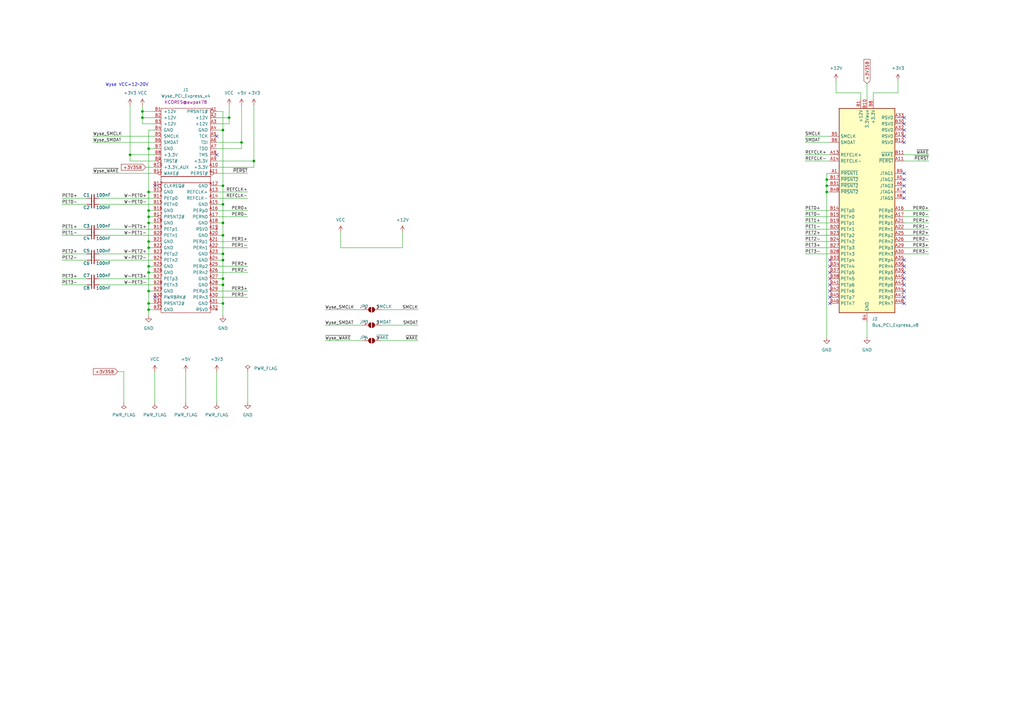
<source format=kicad_sch>
(kicad_sch (version 20211123) (generator eeschema)

  (uuid 9538e4ed-27e6-4c37-b989-9859dc0d49e8)

  (paper "A3")

  (title_block
    (title "Wyse 5070 PCIe Riser")
    (date "2022-02-08")
    (rev "V0.1")
    (company "KCORES Lab")
    (comment 1 "作图：AlphaArea")
    (comment 2 "审图：")
  )

  (lib_symbols
    (symbol "Connector:Bus_PCI_Express_x8" (in_bom yes) (on_board yes)
      (property "Reference" "J" (id 0) (at -8.89 43.18 0)
        (effects (font (size 1.27 1.27)))
      )
      (property "Value" "Bus_PCI_Express_x8" (id 1) (at 12.7 43.18 0)
        (effects (font (size 1.27 1.27)))
      )
      (property "Footprint" "Connector_PCBEdge:BUS_PCIexpress_x8" (id 2) (at 0 5.08 0)
        (effects (font (size 1.27 1.27)) hide)
      )
      (property "Datasheet" "http://www.ritrontek.com/uploadfile/2016/1026/20161026105231124.pdf#page=63" (id 3) (at -1.27 -24.13 0)
        (effects (font (size 1.27 1.27)) hide)
      )
      (property "ki_keywords" "pcie" (id 4) (at 0 0 0)
        (effects (font (size 1.27 1.27)) hide)
      )
      (property "ki_description" "PCI Express bus connector x8" (id 5) (at 0 0 0)
        (effects (font (size 1.27 1.27)) hide)
      )
      (property "ki_fp_filters" "*PCIexpress*" (id 6) (at 0 0 0)
        (effects (font (size 1.27 1.27)) hide)
      )
      (symbol "Bus_PCI_Express_x8_0_1"
        (rectangle (start -11.43 41.91) (end 11.43 -41.91)
          (stroke (width 0.254) (type default) (color 0 0 0 0))
          (fill (type background))
        )
      )
      (symbol "Bus_PCI_Express_x8_1_1"
        (pin passive line (at -15.24 15.24 0) (length 3.81)
          (name "~{PRSNT1}" (effects (font (size 1.27 1.27))))
          (number "A1" (effects (font (size 1.27 1.27))))
        )
        (pin passive line (at 2.54 45.72 270) (length 3.81) hide
          (name "+3.3V" (effects (font (size 1.27 1.27))))
          (number "A10" (effects (font (size 1.27 1.27))))
        )
        (pin input line (at 15.24 20.32 180) (length 3.81)
          (name "~{PERST}" (effects (font (size 1.27 1.27))))
          (number "A11" (effects (font (size 1.27 1.27))))
        )
        (pin passive line (at 0 -45.72 90) (length 3.81) hide
          (name "GND" (effects (font (size 1.27 1.27))))
          (number "A12" (effects (font (size 1.27 1.27))))
        )
        (pin input line (at -15.24 22.86 0) (length 3.81)
          (name "REFCLK+" (effects (font (size 1.27 1.27))))
          (number "A13" (effects (font (size 1.27 1.27))))
        )
        (pin input line (at -15.24 20.32 0) (length 3.81)
          (name "REFCLK-" (effects (font (size 1.27 1.27))))
          (number "A14" (effects (font (size 1.27 1.27))))
        )
        (pin passive line (at 0 -45.72 90) (length 3.81) hide
          (name "GND" (effects (font (size 1.27 1.27))))
          (number "A15" (effects (font (size 1.27 1.27))))
        )
        (pin output line (at 15.24 0 180) (length 3.81)
          (name "PERp0" (effects (font (size 1.27 1.27))))
          (number "A16" (effects (font (size 1.27 1.27))))
        )
        (pin output line (at 15.24 -2.54 180) (length 3.81)
          (name "PERn0" (effects (font (size 1.27 1.27))))
          (number "A17" (effects (font (size 1.27 1.27))))
        )
        (pin passive line (at 0 -45.72 90) (length 3.81) hide
          (name "GND" (effects (font (size 1.27 1.27))))
          (number "A18" (effects (font (size 1.27 1.27))))
        )
        (pin passive line (at 15.24 30.48 180) (length 3.81)
          (name "RSVD" (effects (font (size 1.27 1.27))))
          (number "A19" (effects (font (size 1.27 1.27))))
        )
        (pin passive line (at -2.54 45.72 270) (length 3.81) hide
          (name "+12V" (effects (font (size 1.27 1.27))))
          (number "A2" (effects (font (size 1.27 1.27))))
        )
        (pin passive line (at 0 -45.72 90) (length 3.81) hide
          (name "GND" (effects (font (size 1.27 1.27))))
          (number "A20" (effects (font (size 1.27 1.27))))
        )
        (pin output line (at 15.24 -5.08 180) (length 3.81)
          (name "PERp1" (effects (font (size 1.27 1.27))))
          (number "A21" (effects (font (size 1.27 1.27))))
        )
        (pin output line (at 15.24 -7.62 180) (length 3.81)
          (name "PERn1" (effects (font (size 1.27 1.27))))
          (number "A22" (effects (font (size 1.27 1.27))))
        )
        (pin passive line (at 0 -45.72 90) (length 3.81) hide
          (name "GND" (effects (font (size 1.27 1.27))))
          (number "A23" (effects (font (size 1.27 1.27))))
        )
        (pin passive line (at 0 -45.72 90) (length 3.81) hide
          (name "GND" (effects (font (size 1.27 1.27))))
          (number "A24" (effects (font (size 1.27 1.27))))
        )
        (pin output line (at 15.24 -10.16 180) (length 3.81)
          (name "PERp2" (effects (font (size 1.27 1.27))))
          (number "A25" (effects (font (size 1.27 1.27))))
        )
        (pin output line (at 15.24 -12.7 180) (length 3.81)
          (name "PERn2" (effects (font (size 1.27 1.27))))
          (number "A26" (effects (font (size 1.27 1.27))))
        )
        (pin passive line (at 0 -45.72 90) (length 3.81) hide
          (name "GND" (effects (font (size 1.27 1.27))))
          (number "A27" (effects (font (size 1.27 1.27))))
        )
        (pin passive line (at 0 -45.72 90) (length 3.81) hide
          (name "GND" (effects (font (size 1.27 1.27))))
          (number "A28" (effects (font (size 1.27 1.27))))
        )
        (pin output line (at 15.24 -15.24 180) (length 3.81)
          (name "PERp3" (effects (font (size 1.27 1.27))))
          (number "A29" (effects (font (size 1.27 1.27))))
        )
        (pin passive line (at -2.54 45.72 270) (length 3.81) hide
          (name "+12V" (effects (font (size 1.27 1.27))))
          (number "A3" (effects (font (size 1.27 1.27))))
        )
        (pin output line (at 15.24 -17.78 180) (length 3.81)
          (name "PERn3" (effects (font (size 1.27 1.27))))
          (number "A30" (effects (font (size 1.27 1.27))))
        )
        (pin passive line (at 0 -45.72 90) (length 3.81) hide
          (name "GND" (effects (font (size 1.27 1.27))))
          (number "A31" (effects (font (size 1.27 1.27))))
        )
        (pin passive line (at 15.24 33.02 180) (length 3.81)
          (name "RSVD" (effects (font (size 1.27 1.27))))
          (number "A32" (effects (font (size 1.27 1.27))))
        )
        (pin passive line (at 15.24 38.1 180) (length 3.81)
          (name "RSVD" (effects (font (size 1.27 1.27))))
          (number "A33" (effects (font (size 1.27 1.27))))
        )
        (pin passive line (at 0 -45.72 90) (length 3.81) hide
          (name "GND" (effects (font (size 1.27 1.27))))
          (number "A34" (effects (font (size 1.27 1.27))))
        )
        (pin output line (at 15.24 -20.32 180) (length 3.81)
          (name "PERp4" (effects (font (size 1.27 1.27))))
          (number "A35" (effects (font (size 1.27 1.27))))
        )
        (pin output line (at 15.24 -22.86 180) (length 3.81)
          (name "PERn4" (effects (font (size 1.27 1.27))))
          (number "A36" (effects (font (size 1.27 1.27))))
        )
        (pin passive line (at 0 -45.72 90) (length 3.81) hide
          (name "GND" (effects (font (size 1.27 1.27))))
          (number "A37" (effects (font (size 1.27 1.27))))
        )
        (pin passive line (at 0 -45.72 90) (length 3.81) hide
          (name "GND" (effects (font (size 1.27 1.27))))
          (number "A38" (effects (font (size 1.27 1.27))))
        )
        (pin output line (at 15.24 -25.4 180) (length 3.81)
          (name "PERp5" (effects (font (size 1.27 1.27))))
          (number "A39" (effects (font (size 1.27 1.27))))
        )
        (pin passive line (at 0 -45.72 90) (length 3.81) hide
          (name "GND" (effects (font (size 1.27 1.27))))
          (number "A4" (effects (font (size 1.27 1.27))))
        )
        (pin output line (at 15.24 -27.94 180) (length 3.81)
          (name "PERn5" (effects (font (size 1.27 1.27))))
          (number "A40" (effects (font (size 1.27 1.27))))
        )
        (pin passive line (at 0 -45.72 90) (length 3.81) hide
          (name "GND" (effects (font (size 1.27 1.27))))
          (number "A41" (effects (font (size 1.27 1.27))))
        )
        (pin passive line (at 0 -45.72 90) (length 3.81) hide
          (name "GND" (effects (font (size 1.27 1.27))))
          (number "A42" (effects (font (size 1.27 1.27))))
        )
        (pin output line (at 15.24 -30.48 180) (length 3.81)
          (name "PERp6" (effects (font (size 1.27 1.27))))
          (number "A43" (effects (font (size 1.27 1.27))))
        )
        (pin output line (at 15.24 -33.02 180) (length 3.81)
          (name "PERn6" (effects (font (size 1.27 1.27))))
          (number "A44" (effects (font (size 1.27 1.27))))
        )
        (pin passive line (at 0 -45.72 90) (length 3.81) hide
          (name "GND" (effects (font (size 1.27 1.27))))
          (number "A45" (effects (font (size 1.27 1.27))))
        )
        (pin passive line (at 0 -45.72 90) (length 3.81) hide
          (name "GND" (effects (font (size 1.27 1.27))))
          (number "A46" (effects (font (size 1.27 1.27))))
        )
        (pin output line (at 15.24 -35.56 180) (length 3.81)
          (name "PERp7" (effects (font (size 1.27 1.27))))
          (number "A47" (effects (font (size 1.27 1.27))))
        )
        (pin output line (at 15.24 -38.1 180) (length 3.81)
          (name "PERn7" (effects (font (size 1.27 1.27))))
          (number "A48" (effects (font (size 1.27 1.27))))
        )
        (pin passive line (at 0 -45.72 90) (length 3.81) hide
          (name "GND" (effects (font (size 1.27 1.27))))
          (number "A49" (effects (font (size 1.27 1.27))))
        )
        (pin input line (at 15.24 12.7 180) (length 3.81)
          (name "JTAG2" (effects (font (size 1.27 1.27))))
          (number "A5" (effects (font (size 1.27 1.27))))
        )
        (pin input line (at 15.24 10.16 180) (length 3.81)
          (name "JTAG3" (effects (font (size 1.27 1.27))))
          (number "A6" (effects (font (size 1.27 1.27))))
        )
        (pin output line (at 15.24 7.62 180) (length 3.81)
          (name "JTAG4" (effects (font (size 1.27 1.27))))
          (number "A7" (effects (font (size 1.27 1.27))))
        )
        (pin input line (at 15.24 5.08 180) (length 3.81)
          (name "JTAG5" (effects (font (size 1.27 1.27))))
          (number "A8" (effects (font (size 1.27 1.27))))
        )
        (pin passive line (at 2.54 45.72 270) (length 3.81) hide
          (name "+3.3V" (effects (font (size 1.27 1.27))))
          (number "A9" (effects (font (size 1.27 1.27))))
        )
        (pin power_in line (at -2.54 45.72 270) (length 3.81)
          (name "+12V" (effects (font (size 1.27 1.27))))
          (number "B1" (effects (font (size 1.27 1.27))))
        )
        (pin power_in line (at 0 45.72 270) (length 3.81)
          (name "3.3Vaux" (effects (font (size 1.27 1.27))))
          (number "B10" (effects (font (size 1.27 1.27))))
        )
        (pin open_collector line (at 15.24 22.86 180) (length 3.81)
          (name "~{WAKE}" (effects (font (size 1.27 1.27))))
          (number "B11" (effects (font (size 1.27 1.27))))
        )
        (pin passive line (at 15.24 27.94 180) (length 3.81)
          (name "RSVD" (effects (font (size 1.27 1.27))))
          (number "B12" (effects (font (size 1.27 1.27))))
        )
        (pin passive line (at 0 -45.72 90) (length 3.81) hide
          (name "GND" (effects (font (size 1.27 1.27))))
          (number "B13" (effects (font (size 1.27 1.27))))
        )
        (pin input line (at -15.24 0 0) (length 3.81)
          (name "PETp0" (effects (font (size 1.27 1.27))))
          (number "B14" (effects (font (size 1.27 1.27))))
        )
        (pin input line (at -15.24 -2.54 0) (length 3.81)
          (name "PETn0" (effects (font (size 1.27 1.27))))
          (number "B15" (effects (font (size 1.27 1.27))))
        )
        (pin passive line (at 0 -45.72 90) (length 3.81) hide
          (name "GND" (effects (font (size 1.27 1.27))))
          (number "B16" (effects (font (size 1.27 1.27))))
        )
        (pin passive line (at -15.24 12.7 0) (length 3.81)
          (name "~{PRSNT2}" (effects (font (size 1.27 1.27))))
          (number "B17" (effects (font (size 1.27 1.27))))
        )
        (pin passive line (at 0 -45.72 90) (length 3.81) hide
          (name "GND" (effects (font (size 1.27 1.27))))
          (number "B18" (effects (font (size 1.27 1.27))))
        )
        (pin input line (at -15.24 -5.08 0) (length 3.81)
          (name "PETp1" (effects (font (size 1.27 1.27))))
          (number "B19" (effects (font (size 1.27 1.27))))
        )
        (pin passive line (at -2.54 45.72 270) (length 3.81) hide
          (name "+12V" (effects (font (size 1.27 1.27))))
          (number "B2" (effects (font (size 1.27 1.27))))
        )
        (pin input line (at -15.24 -7.62 0) (length 3.81)
          (name "PETn1" (effects (font (size 1.27 1.27))))
          (number "B20" (effects (font (size 1.27 1.27))))
        )
        (pin passive line (at 0 -45.72 90) (length 3.81) hide
          (name "GND" (effects (font (size 1.27 1.27))))
          (number "B21" (effects (font (size 1.27 1.27))))
        )
        (pin passive line (at 0 -45.72 90) (length 3.81) hide
          (name "GND" (effects (font (size 1.27 1.27))))
          (number "B22" (effects (font (size 1.27 1.27))))
        )
        (pin input line (at -15.24 -10.16 0) (length 3.81)
          (name "PETp2" (effects (font (size 1.27 1.27))))
          (number "B23" (effects (font (size 1.27 1.27))))
        )
        (pin input line (at -15.24 -12.7 0) (length 3.81)
          (name "PETn2" (effects (font (size 1.27 1.27))))
          (number "B24" (effects (font (size 1.27 1.27))))
        )
        (pin passive line (at 0 -45.72 90) (length 3.81) hide
          (name "GND" (effects (font (size 1.27 1.27))))
          (number "B25" (effects (font (size 1.27 1.27))))
        )
        (pin passive line (at 0 -45.72 90) (length 3.81) hide
          (name "GND" (effects (font (size 1.27 1.27))))
          (number "B26" (effects (font (size 1.27 1.27))))
        )
        (pin input line (at -15.24 -15.24 0) (length 3.81)
          (name "PETp3" (effects (font (size 1.27 1.27))))
          (number "B27" (effects (font (size 1.27 1.27))))
        )
        (pin input line (at -15.24 -17.78 0) (length 3.81)
          (name "PETn3" (effects (font (size 1.27 1.27))))
          (number "B28" (effects (font (size 1.27 1.27))))
        )
        (pin passive line (at 0 -45.72 90) (length 3.81) hide
          (name "GND" (effects (font (size 1.27 1.27))))
          (number "B29" (effects (font (size 1.27 1.27))))
        )
        (pin passive line (at -2.54 45.72 270) (length 3.81) hide
          (name "+12V" (effects (font (size 1.27 1.27))))
          (number "B3" (effects (font (size 1.27 1.27))))
        )
        (pin passive line (at 15.24 35.56 180) (length 3.81)
          (name "RSVD" (effects (font (size 1.27 1.27))))
          (number "B30" (effects (font (size 1.27 1.27))))
        )
        (pin passive line (at -15.24 10.16 0) (length 3.81)
          (name "~{PRSNT2}" (effects (font (size 1.27 1.27))))
          (number "B31" (effects (font (size 1.27 1.27))))
        )
        (pin passive line (at 0 -45.72 90) (length 3.81) hide
          (name "GND" (effects (font (size 1.27 1.27))))
          (number "B32" (effects (font (size 1.27 1.27))))
        )
        (pin input line (at -15.24 -20.32 0) (length 3.81)
          (name "PETp4" (effects (font (size 1.27 1.27))))
          (number "B33" (effects (font (size 1.27 1.27))))
        )
        (pin input line (at -15.24 -22.86 0) (length 3.81)
          (name "PETn4" (effects (font (size 1.27 1.27))))
          (number "B34" (effects (font (size 1.27 1.27))))
        )
        (pin passive line (at 0 -45.72 90) (length 3.81) hide
          (name "GND" (effects (font (size 1.27 1.27))))
          (number "B35" (effects (font (size 1.27 1.27))))
        )
        (pin passive line (at 0 -45.72 90) (length 3.81) hide
          (name "GND" (effects (font (size 1.27 1.27))))
          (number "B36" (effects (font (size 1.27 1.27))))
        )
        (pin input line (at -15.24 -25.4 0) (length 3.81)
          (name "PETp5" (effects (font (size 1.27 1.27))))
          (number "B37" (effects (font (size 1.27 1.27))))
        )
        (pin input line (at -15.24 -27.94 0) (length 3.81)
          (name "PETn5" (effects (font (size 1.27 1.27))))
          (number "B38" (effects (font (size 1.27 1.27))))
        )
        (pin passive line (at 0 -45.72 90) (length 3.81) hide
          (name "GND" (effects (font (size 1.27 1.27))))
          (number "B39" (effects (font (size 1.27 1.27))))
        )
        (pin power_in line (at 0 -45.72 90) (length 3.81)
          (name "GND" (effects (font (size 1.27 1.27))))
          (number "B4" (effects (font (size 1.27 1.27))))
        )
        (pin passive line (at 0 -45.72 90) (length 3.81) hide
          (name "GND" (effects (font (size 1.27 1.27))))
          (number "B40" (effects (font (size 1.27 1.27))))
        )
        (pin input line (at -15.24 -30.48 0) (length 3.81)
          (name "PETp6" (effects (font (size 1.27 1.27))))
          (number "B41" (effects (font (size 1.27 1.27))))
        )
        (pin input line (at -15.24 -33.02 0) (length 3.81)
          (name "PETn6" (effects (font (size 1.27 1.27))))
          (number "B42" (effects (font (size 1.27 1.27))))
        )
        (pin passive line (at 0 -45.72 90) (length 3.81) hide
          (name "GND" (effects (font (size 1.27 1.27))))
          (number "B43" (effects (font (size 1.27 1.27))))
        )
        (pin passive line (at 0 -45.72 90) (length 3.81) hide
          (name "GND" (effects (font (size 1.27 1.27))))
          (number "B44" (effects (font (size 1.27 1.27))))
        )
        (pin input line (at -15.24 -35.56 0) (length 3.81)
          (name "PETp7" (effects (font (size 1.27 1.27))))
          (number "B45" (effects (font (size 1.27 1.27))))
        )
        (pin input line (at -15.24 -38.1 0) (length 3.81)
          (name "PETn7" (effects (font (size 1.27 1.27))))
          (number "B46" (effects (font (size 1.27 1.27))))
        )
        (pin passive line (at 0 -45.72 90) (length 3.81) hide
          (name "GND" (effects (font (size 1.27 1.27))))
          (number "B47" (effects (font (size 1.27 1.27))))
        )
        (pin passive line (at -15.24 7.62 0) (length 3.81)
          (name "~{PRSNT2}" (effects (font (size 1.27 1.27))))
          (number "B48" (effects (font (size 1.27 1.27))))
        )
        (pin passive line (at 0 -45.72 90) (length 3.81) hide
          (name "GND" (effects (font (size 1.27 1.27))))
          (number "B49" (effects (font (size 1.27 1.27))))
        )
        (pin input line (at -15.24 30.48 0) (length 3.81)
          (name "SMCLK" (effects (font (size 1.27 1.27))))
          (number "B5" (effects (font (size 1.27 1.27))))
        )
        (pin bidirectional line (at -15.24 27.94 0) (length 3.81)
          (name "SMDAT" (effects (font (size 1.27 1.27))))
          (number "B6" (effects (font (size 1.27 1.27))))
        )
        (pin passive line (at 0 -45.72 90) (length 3.81) hide
          (name "GND" (effects (font (size 1.27 1.27))))
          (number "B7" (effects (font (size 1.27 1.27))))
        )
        (pin power_in line (at 2.54 45.72 270) (length 3.81)
          (name "+3.3V" (effects (font (size 1.27 1.27))))
          (number "B8" (effects (font (size 1.27 1.27))))
        )
        (pin input line (at 15.24 15.24 180) (length 3.81)
          (name "JTAG1" (effects (font (size 1.27 1.27))))
          (number "B9" (effects (font (size 1.27 1.27))))
        )
      )
    )
    (symbol "Connector_PCI_Express:PCI_Express_x4" (pin_names (offset 1.016)) (in_bom yes) (on_board yes)
      (property "Reference" "J" (id 0) (at 0 -55.88 0)
        (effects (font (size 1.27 1.27)))
      )
      (property "Value" "PCI_Express_x4" (id 1) (at 0 30.48 0)
        (effects (font (size 1.27 1.27)))
      )
      (property "Footprint" "" (id 2) (at -1.27 16.51 0)
        (effects (font (size 1.27 1.27)) hide)
      )
      (property "Datasheet" "" (id 3) (at -1.27 16.51 0)
        (effects (font (size 1.27 1.27)) hide)
      )
      (property "Author" "KCORES@awpak78" (id 4) (at 0 0 0)
        (effects (font (size 1.27 1.27)))
      )
      (property "ki_keywords" "PCI PCIe Express x4" (id 5) (at 0 0 0)
        (effects (font (size 1.27 1.27)) hide)
      )
      (property "ki_description" "PCIe is a high-speed serial computer expansion bus standard" (id 6) (at 0 0 0)
        (effects (font (size 1.27 1.27)) hide)
      )
      (symbol "PCI_Express_x4_0_1"
        (rectangle (start -10.16 -1.27) (end 10.16 -54.61)
          (stroke (width 0) (type default) (color 0 0 0 0))
          (fill (type none))
        )
        (rectangle (start -10.16 1.27) (end 10.16 -1.27)
          (stroke (width 0) (type default) (color 0 0 0 0))
          (fill (type none))
        )
        (rectangle (start -10.16 29.21) (end 10.16 1.27)
          (stroke (width 0) (type default) (color 0 0 0 0))
          (fill (type none))
        )
      )
      (symbol "PCI_Express_x4_1_1"
        (pin passive inverted (at 12.7 27.94 180) (length 2.54)
          (name "PRSNT1#" (effects (font (size 1.27 1.27))))
          (number "A1" (effects (font (size 1.27 1.27))))
        )
        (pin passive line (at 12.7 5.08 180) (length 2.54)
          (name "+3.3V" (effects (font (size 1.27 1.27))))
          (number "A10" (effects (font (size 1.27 1.27))))
        )
        (pin passive inverted (at 12.7 2.54 180) (length 2.54)
          (name "PERST#" (effects (font (size 1.27 1.27))))
          (number "A11" (effects (font (size 1.27 1.27))))
        )
        (pin passive line (at 12.7 -2.54 180) (length 2.54)
          (name "GND" (effects (font (size 1.27 1.27))))
          (number "A12" (effects (font (size 1.27 1.27))))
        )
        (pin passive line (at 12.7 -5.08 180) (length 2.54)
          (name "REFCLK+" (effects (font (size 1.27 1.27))))
          (number "A13" (effects (font (size 1.27 1.27))))
        )
        (pin passive line (at 12.7 -7.62 180) (length 2.54)
          (name "REFCLK-" (effects (font (size 1.27 1.27))))
          (number "A14" (effects (font (size 1.27 1.27))))
        )
        (pin passive line (at 12.7 -10.16 180) (length 2.54)
          (name "GND" (effects (font (size 1.27 1.27))))
          (number "A15" (effects (font (size 1.27 1.27))))
        )
        (pin passive line (at 12.7 -12.7 180) (length 2.54)
          (name "PERp0" (effects (font (size 1.27 1.27))))
          (number "A16" (effects (font (size 1.27 1.27))))
        )
        (pin passive line (at 12.7 -15.24 180) (length 2.54)
          (name "PERN0" (effects (font (size 1.27 1.27))))
          (number "A17" (effects (font (size 1.27 1.27))))
        )
        (pin passive line (at 12.7 -17.78 180) (length 2.54)
          (name "GND" (effects (font (size 1.27 1.27))))
          (number "A18" (effects (font (size 1.27 1.27))))
        )
        (pin no_connect line (at 12.7 -20.32 180) (length 2.54)
          (name "RSVD" (effects (font (size 1.27 1.27))))
          (number "A19" (effects (font (size 1.27 1.27))))
        )
        (pin passive line (at 12.7 25.4 180) (length 2.54)
          (name "+12V" (effects (font (size 1.27 1.27))))
          (number "A2" (effects (font (size 1.27 1.27))))
        )
        (pin passive line (at 12.7 -22.86 180) (length 2.54)
          (name "GND" (effects (font (size 1.27 1.27))))
          (number "A20" (effects (font (size 1.27 1.27))))
        )
        (pin passive line (at 12.7 -25.4 180) (length 2.54)
          (name "PERp1" (effects (font (size 1.27 1.27))))
          (number "A21" (effects (font (size 1.27 1.27))))
        )
        (pin passive line (at 12.7 -27.94 180) (length 2.54)
          (name "PERn1" (effects (font (size 1.27 1.27))))
          (number "A22" (effects (font (size 1.27 1.27))))
        )
        (pin passive line (at 12.7 -30.48 180) (length 2.54)
          (name "GND" (effects (font (size 1.27 1.27))))
          (number "A23" (effects (font (size 1.27 1.27))))
        )
        (pin passive line (at 12.7 -33.02 180) (length 2.54)
          (name "GND" (effects (font (size 1.27 1.27))))
          (number "A24" (effects (font (size 1.27 1.27))))
        )
        (pin passive line (at 12.7 -35.56 180) (length 2.54)
          (name "PERp2" (effects (font (size 1.27 1.27))))
          (number "A25" (effects (font (size 1.27 1.27))))
        )
        (pin passive line (at 12.7 -38.1 180) (length 2.54)
          (name "PERn2" (effects (font (size 1.27 1.27))))
          (number "A26" (effects (font (size 1.27 1.27))))
        )
        (pin passive line (at 12.7 -40.64 180) (length 2.54)
          (name "GND" (effects (font (size 1.27 1.27))))
          (number "A27" (effects (font (size 1.27 1.27))))
        )
        (pin passive line (at 12.7 -43.18 180) (length 2.54)
          (name "GND" (effects (font (size 1.27 1.27))))
          (number "A28" (effects (font (size 1.27 1.27))))
        )
        (pin passive line (at 12.7 -45.72 180) (length 2.54)
          (name "PERp3" (effects (font (size 1.27 1.27))))
          (number "A29" (effects (font (size 1.27 1.27))))
        )
        (pin passive line (at 12.7 22.86 180) (length 2.54)
          (name "+12V" (effects (font (size 1.27 1.27))))
          (number "A3" (effects (font (size 1.27 1.27))))
        )
        (pin passive line (at 12.7 -48.26 180) (length 2.54)
          (name "PERn3" (effects (font (size 1.27 1.27))))
          (number "A30" (effects (font (size 1.27 1.27))))
        )
        (pin passive line (at 12.7 -50.8 180) (length 2.54)
          (name "GND" (effects (font (size 1.27 1.27))))
          (number "A31" (effects (font (size 1.27 1.27))))
        )
        (pin no_connect line (at 12.7 -53.34 180) (length 2.54)
          (name "RSVD" (effects (font (size 1.27 1.27))))
          (number "A32" (effects (font (size 1.27 1.27))))
        )
        (pin passive line (at 12.7 20.32 180) (length 2.54)
          (name "GND" (effects (font (size 1.27 1.27))))
          (number "A4" (effects (font (size 1.27 1.27))))
        )
        (pin passive line (at 12.7 17.78 180) (length 2.54)
          (name "TCK" (effects (font (size 1.27 1.27))))
          (number "A5" (effects (font (size 1.27 1.27))))
        )
        (pin passive line (at 12.7 15.24 180) (length 2.54)
          (name "TDI" (effects (font (size 1.27 1.27))))
          (number "A6" (effects (font (size 1.27 1.27))))
        )
        (pin passive line (at 12.7 12.7 180) (length 2.54)
          (name "TDO" (effects (font (size 1.27 1.27))))
          (number "A7" (effects (font (size 1.27 1.27))))
        )
        (pin passive line (at 12.7 10.16 180) (length 2.54)
          (name "TMS" (effects (font (size 1.27 1.27))))
          (number "A8" (effects (font (size 1.27 1.27))))
        )
        (pin passive line (at 12.7 7.62 180) (length 2.54)
          (name "+3.3V" (effects (font (size 1.27 1.27))))
          (number "A9" (effects (font (size 1.27 1.27))))
        )
        (pin passive line (at -12.7 27.94 0) (length 2.54)
          (name "+12V" (effects (font (size 1.27 1.27))))
          (number "B1" (effects (font (size 1.27 1.27))))
        )
        (pin passive line (at -12.7 5.08 0) (length 2.54)
          (name "+3.3V_AUX" (effects (font (size 1.27 1.27))))
          (number "B10" (effects (font (size 1.27 1.27))))
        )
        (pin passive inverted (at -12.7 2.54 0) (length 2.54)
          (name "WAKE#" (effects (font (size 1.27 1.27))))
          (number "B11" (effects (font (size 1.27 1.27))))
        )
        (pin passive inverted (at -12.7 -2.54 0) (length 2.54)
          (name "CLKREQ#" (effects (font (size 1.27 1.27))))
          (number "B12" (effects (font (size 1.27 1.27))))
        )
        (pin passive line (at -12.7 -5.08 0) (length 2.54)
          (name "GND" (effects (font (size 1.27 1.27))))
          (number "B13" (effects (font (size 1.27 1.27))))
        )
        (pin passive line (at -12.7 -7.62 0) (length 2.54)
          (name "PETp0" (effects (font (size 1.27 1.27))))
          (number "B14" (effects (font (size 1.27 1.27))))
        )
        (pin passive line (at -12.7 -10.16 0) (length 2.54)
          (name "PETn0" (effects (font (size 1.27 1.27))))
          (number "B15" (effects (font (size 1.27 1.27))))
        )
        (pin passive line (at -12.7 -12.7 0) (length 2.54)
          (name "GND" (effects (font (size 1.27 1.27))))
          (number "B16" (effects (font (size 1.27 1.27))))
        )
        (pin passive inverted (at -12.7 -15.24 0) (length 2.54)
          (name "PRSNT2#" (effects (font (size 1.27 1.27))))
          (number "B17" (effects (font (size 1.27 1.27))))
        )
        (pin passive line (at -12.7 -17.78 0) (length 2.54)
          (name "GND" (effects (font (size 1.27 1.27))))
          (number "B18" (effects (font (size 1.27 1.27))))
        )
        (pin passive line (at -12.7 -20.32 0) (length 2.54)
          (name "PETp1" (effects (font (size 1.27 1.27))))
          (number "B19" (effects (font (size 1.27 1.27))))
        )
        (pin passive line (at -12.7 25.4 0) (length 2.54)
          (name "+12V" (effects (font (size 1.27 1.27))))
          (number "B2" (effects (font (size 1.27 1.27))))
        )
        (pin passive line (at -12.7 -22.86 0) (length 2.54)
          (name "PETn1" (effects (font (size 1.27 1.27))))
          (number "B20" (effects (font (size 1.27 1.27))))
        )
        (pin passive line (at -12.7 -25.4 0) (length 2.54)
          (name "GND" (effects (font (size 1.27 1.27))))
          (number "B21" (effects (font (size 1.27 1.27))))
        )
        (pin passive line (at -12.7 -27.94 0) (length 2.54)
          (name "GND" (effects (font (size 1.27 1.27))))
          (number "B22" (effects (font (size 1.27 1.27))))
        )
        (pin passive line (at -12.7 -30.48 0) (length 2.54)
          (name "PETp2" (effects (font (size 1.27 1.27))))
          (number "B23" (effects (font (size 1.27 1.27))))
        )
        (pin passive line (at -12.7 -33.02 0) (length 2.54)
          (name "PETn2" (effects (font (size 1.27 1.27))))
          (number "B24" (effects (font (size 1.27 1.27))))
        )
        (pin passive line (at -12.7 -35.56 0) (length 2.54)
          (name "GND" (effects (font (size 1.27 1.27))))
          (number "B25" (effects (font (size 1.27 1.27))))
        )
        (pin passive line (at -12.7 -38.1 0) (length 2.54)
          (name "GND" (effects (font (size 1.27 1.27))))
          (number "B26" (effects (font (size 1.27 1.27))))
        )
        (pin passive line (at -12.7 -40.64 0) (length 2.54)
          (name "PETp3" (effects (font (size 1.27 1.27))))
          (number "B27" (effects (font (size 1.27 1.27))))
        )
        (pin passive line (at -12.7 -43.18 0) (length 2.54)
          (name "PETn3" (effects (font (size 1.27 1.27))))
          (number "B28" (effects (font (size 1.27 1.27))))
        )
        (pin passive line (at -12.7 -45.72 0) (length 2.54)
          (name "GND" (effects (font (size 1.27 1.27))))
          (number "B29" (effects (font (size 1.27 1.27))))
        )
        (pin passive line (at -12.7 22.86 0) (length 2.54)
          (name "+12V" (effects (font (size 1.27 1.27))))
          (number "B3" (effects (font (size 1.27 1.27))))
        )
        (pin passive inverted (at -12.7 -48.26 0) (length 2.54)
          (name "PWRBRK#" (effects (font (size 1.27 1.27))))
          (number "B30" (effects (font (size 1.27 1.27))))
        )
        (pin passive inverted (at -12.7 -50.8 0) (length 2.54)
          (name "PRSNT2#" (effects (font (size 1.27 1.27))))
          (number "B31" (effects (font (size 1.27 1.27))))
        )
        (pin passive line (at -12.7 -53.34 0) (length 2.54)
          (name "GND" (effects (font (size 1.27 1.27))))
          (number "B32" (effects (font (size 1.27 1.27))))
        )
        (pin passive line (at -12.7 20.32 0) (length 2.54)
          (name "GND" (effects (font (size 1.27 1.27))))
          (number "B4" (effects (font (size 1.27 1.27))))
        )
        (pin passive line (at -12.7 17.78 0) (length 2.54)
          (name "SMCLK" (effects (font (size 1.27 1.27))))
          (number "B5" (effects (font (size 1.27 1.27))))
        )
        (pin passive line (at -12.7 15.24 0) (length 2.54)
          (name "SMDAT" (effects (font (size 1.27 1.27))))
          (number "B6" (effects (font (size 1.27 1.27))))
        )
        (pin passive line (at -12.7 12.7 0) (length 2.54)
          (name "GND" (effects (font (size 1.27 1.27))))
          (number "B7" (effects (font (size 1.27 1.27))))
        )
        (pin passive line (at -12.7 10.16 0) (length 2.54)
          (name "+3.3V" (effects (font (size 1.27 1.27))))
          (number "B8" (effects (font (size 1.27 1.27))))
        )
        (pin passive inverted (at -12.7 7.62 0) (length 2.54)
          (name "TRST#" (effects (font (size 1.27 1.27))))
          (number "B9" (effects (font (size 1.27 1.27))))
        )
      )
    )
    (symbol "Device:C_Small" (pin_numbers hide) (pin_names (offset 0.254) hide) (in_bom yes) (on_board yes)
      (property "Reference" "C" (id 0) (at 0.254 1.778 0)
        (effects (font (size 1.27 1.27)) (justify left))
      )
      (property "Value" "C_Small" (id 1) (at 0.254 -2.032 0)
        (effects (font (size 1.27 1.27)) (justify left))
      )
      (property "Footprint" "" (id 2) (at 0 0 0)
        (effects (font (size 1.27 1.27)) hide)
      )
      (property "Datasheet" "~" (id 3) (at 0 0 0)
        (effects (font (size 1.27 1.27)) hide)
      )
      (property "ki_keywords" "capacitor cap" (id 4) (at 0 0 0)
        (effects (font (size 1.27 1.27)) hide)
      )
      (property "ki_description" "Unpolarized capacitor, small symbol" (id 5) (at 0 0 0)
        (effects (font (size 1.27 1.27)) hide)
      )
      (property "ki_fp_filters" "C_*" (id 6) (at 0 0 0)
        (effects (font (size 1.27 1.27)) hide)
      )
      (symbol "C_Small_0_1"
        (polyline
          (pts
            (xy -1.524 -0.508)
            (xy 1.524 -0.508)
          )
          (stroke (width 0.3302) (type default) (color 0 0 0 0))
          (fill (type none))
        )
        (polyline
          (pts
            (xy -1.524 0.508)
            (xy 1.524 0.508)
          )
          (stroke (width 0.3048) (type default) (color 0 0 0 0))
          (fill (type none))
        )
      )
      (symbol "C_Small_1_1"
        (pin passive line (at 0 2.54 270) (length 2.032)
          (name "~" (effects (font (size 1.27 1.27))))
          (number "1" (effects (font (size 1.27 1.27))))
        )
        (pin passive line (at 0 -2.54 90) (length 2.032)
          (name "~" (effects (font (size 1.27 1.27))))
          (number "2" (effects (font (size 1.27 1.27))))
        )
      )
    )
    (symbol "Jumper:SolderJumper_2_Open" (pin_names (offset 0) hide) (in_bom yes) (on_board yes)
      (property "Reference" "JP" (id 0) (at 0 2.032 0)
        (effects (font (size 1.27 1.27)))
      )
      (property "Value" "SolderJumper_2_Open" (id 1) (at 0 -2.54 0)
        (effects (font (size 1.27 1.27)))
      )
      (property "Footprint" "" (id 2) (at 0 0 0)
        (effects (font (size 1.27 1.27)) hide)
      )
      (property "Datasheet" "~" (id 3) (at 0 0 0)
        (effects (font (size 1.27 1.27)) hide)
      )
      (property "ki_keywords" "solder jumper SPST" (id 4) (at 0 0 0)
        (effects (font (size 1.27 1.27)) hide)
      )
      (property "ki_description" "Solder Jumper, 2-pole, open" (id 5) (at 0 0 0)
        (effects (font (size 1.27 1.27)) hide)
      )
      (property "ki_fp_filters" "SolderJumper*Open*" (id 6) (at 0 0 0)
        (effects (font (size 1.27 1.27)) hide)
      )
      (symbol "SolderJumper_2_Open_0_1"
        (arc (start -0.254 1.016) (mid -1.27 0) (end -0.254 -1.016)
          (stroke (width 0) (type default) (color 0 0 0 0))
          (fill (type none))
        )
        (arc (start -0.254 1.016) (mid -1.27 0) (end -0.254 -1.016)
          (stroke (width 0) (type default) (color 0 0 0 0))
          (fill (type outline))
        )
        (polyline
          (pts
            (xy -0.254 1.016)
            (xy -0.254 -1.016)
          )
          (stroke (width 0) (type default) (color 0 0 0 0))
          (fill (type none))
        )
        (polyline
          (pts
            (xy 0.254 1.016)
            (xy 0.254 -1.016)
          )
          (stroke (width 0) (type default) (color 0 0 0 0))
          (fill (type none))
        )
        (arc (start 0.254 -1.016) (mid 1.27 0) (end 0.254 1.016)
          (stroke (width 0) (type default) (color 0 0 0 0))
          (fill (type none))
        )
        (arc (start 0.254 -1.016) (mid 1.27 0) (end 0.254 1.016)
          (stroke (width 0) (type default) (color 0 0 0 0))
          (fill (type outline))
        )
      )
      (symbol "SolderJumper_2_Open_1_1"
        (pin passive line (at -3.81 0 0) (length 2.54)
          (name "A" (effects (font (size 1.27 1.27))))
          (number "1" (effects (font (size 1.27 1.27))))
        )
        (pin passive line (at 3.81 0 180) (length 2.54)
          (name "B" (effects (font (size 1.27 1.27))))
          (number "2" (effects (font (size 1.27 1.27))))
        )
      )
    )
    (symbol "power:+12V" (power) (pin_names (offset 0)) (in_bom yes) (on_board yes)
      (property "Reference" "#PWR" (id 0) (at 0 -3.81 0)
        (effects (font (size 1.27 1.27)) hide)
      )
      (property "Value" "+12V" (id 1) (at 0 3.556 0)
        (effects (font (size 1.27 1.27)))
      )
      (property "Footprint" "" (id 2) (at 0 0 0)
        (effects (font (size 1.27 1.27)) hide)
      )
      (property "Datasheet" "" (id 3) (at 0 0 0)
        (effects (font (size 1.27 1.27)) hide)
      )
      (property "ki_keywords" "power-flag" (id 4) (at 0 0 0)
        (effects (font (size 1.27 1.27)) hide)
      )
      (property "ki_description" "Power symbol creates a global label with name \"+12V\"" (id 5) (at 0 0 0)
        (effects (font (size 1.27 1.27)) hide)
      )
      (symbol "+12V_0_1"
        (polyline
          (pts
            (xy -0.762 1.27)
            (xy 0 2.54)
          )
          (stroke (width 0) (type default) (color 0 0 0 0))
          (fill (type none))
        )
        (polyline
          (pts
            (xy 0 0)
            (xy 0 2.54)
          )
          (stroke (width 0) (type default) (color 0 0 0 0))
          (fill (type none))
        )
        (polyline
          (pts
            (xy 0 2.54)
            (xy 0.762 1.27)
          )
          (stroke (width 0) (type default) (color 0 0 0 0))
          (fill (type none))
        )
      )
      (symbol "+12V_1_1"
        (pin power_in line (at 0 0 90) (length 0) hide
          (name "+12V" (effects (font (size 1.27 1.27))))
          (number "1" (effects (font (size 1.27 1.27))))
        )
      )
    )
    (symbol "power:+3V3" (power) (pin_names (offset 0)) (in_bom yes) (on_board yes)
      (property "Reference" "#PWR" (id 0) (at 0 -3.81 0)
        (effects (font (size 1.27 1.27)) hide)
      )
      (property "Value" "+3V3" (id 1) (at 0 3.556 0)
        (effects (font (size 1.27 1.27)))
      )
      (property "Footprint" "" (id 2) (at 0 0 0)
        (effects (font (size 1.27 1.27)) hide)
      )
      (property "Datasheet" "" (id 3) (at 0 0 0)
        (effects (font (size 1.27 1.27)) hide)
      )
      (property "ki_keywords" "power-flag" (id 4) (at 0 0 0)
        (effects (font (size 1.27 1.27)) hide)
      )
      (property "ki_description" "Power symbol creates a global label with name \"+3V3\"" (id 5) (at 0 0 0)
        (effects (font (size 1.27 1.27)) hide)
      )
      (symbol "+3V3_0_1"
        (polyline
          (pts
            (xy -0.762 1.27)
            (xy 0 2.54)
          )
          (stroke (width 0) (type default) (color 0 0 0 0))
          (fill (type none))
        )
        (polyline
          (pts
            (xy 0 0)
            (xy 0 2.54)
          )
          (stroke (width 0) (type default) (color 0 0 0 0))
          (fill (type none))
        )
        (polyline
          (pts
            (xy 0 2.54)
            (xy 0.762 1.27)
          )
          (stroke (width 0) (type default) (color 0 0 0 0))
          (fill (type none))
        )
      )
      (symbol "+3V3_1_1"
        (pin power_in line (at 0 0 90) (length 0) hide
          (name "+3V3" (effects (font (size 1.27 1.27))))
          (number "1" (effects (font (size 1.27 1.27))))
        )
      )
    )
    (symbol "power:+5V" (power) (pin_names (offset 0)) (in_bom yes) (on_board yes)
      (property "Reference" "#PWR" (id 0) (at 0 -3.81 0)
        (effects (font (size 1.27 1.27)) hide)
      )
      (property "Value" "+5V" (id 1) (at 0 3.556 0)
        (effects (font (size 1.27 1.27)))
      )
      (property "Footprint" "" (id 2) (at 0 0 0)
        (effects (font (size 1.27 1.27)) hide)
      )
      (property "Datasheet" "" (id 3) (at 0 0 0)
        (effects (font (size 1.27 1.27)) hide)
      )
      (property "ki_keywords" "power-flag" (id 4) (at 0 0 0)
        (effects (font (size 1.27 1.27)) hide)
      )
      (property "ki_description" "Power symbol creates a global label with name \"+5V\"" (id 5) (at 0 0 0)
        (effects (font (size 1.27 1.27)) hide)
      )
      (symbol "+5V_0_1"
        (polyline
          (pts
            (xy -0.762 1.27)
            (xy 0 2.54)
          )
          (stroke (width 0) (type default) (color 0 0 0 0))
          (fill (type none))
        )
        (polyline
          (pts
            (xy 0 0)
            (xy 0 2.54)
          )
          (stroke (width 0) (type default) (color 0 0 0 0))
          (fill (type none))
        )
        (polyline
          (pts
            (xy 0 2.54)
            (xy 0.762 1.27)
          )
          (stroke (width 0) (type default) (color 0 0 0 0))
          (fill (type none))
        )
      )
      (symbol "+5V_1_1"
        (pin power_in line (at 0 0 90) (length 0) hide
          (name "+5V" (effects (font (size 1.27 1.27))))
          (number "1" (effects (font (size 1.27 1.27))))
        )
      )
    )
    (symbol "power:GND" (power) (pin_names (offset 0)) (in_bom yes) (on_board yes)
      (property "Reference" "#PWR" (id 0) (at 0 -6.35 0)
        (effects (font (size 1.27 1.27)) hide)
      )
      (property "Value" "GND" (id 1) (at 0 -3.81 0)
        (effects (font (size 1.27 1.27)))
      )
      (property "Footprint" "" (id 2) (at 0 0 0)
        (effects (font (size 1.27 1.27)) hide)
      )
      (property "Datasheet" "" (id 3) (at 0 0 0)
        (effects (font (size 1.27 1.27)) hide)
      )
      (property "ki_keywords" "power-flag" (id 4) (at 0 0 0)
        (effects (font (size 1.27 1.27)) hide)
      )
      (property "ki_description" "Power symbol creates a global label with name \"GND\" , ground" (id 5) (at 0 0 0)
        (effects (font (size 1.27 1.27)) hide)
      )
      (symbol "GND_0_1"
        (polyline
          (pts
            (xy 0 0)
            (xy 0 -1.27)
            (xy 1.27 -1.27)
            (xy 0 -2.54)
            (xy -1.27 -1.27)
            (xy 0 -1.27)
          )
          (stroke (width 0) (type default) (color 0 0 0 0))
          (fill (type none))
        )
      )
      (symbol "GND_1_1"
        (pin power_in line (at 0 0 270) (length 0) hide
          (name "GND" (effects (font (size 1.27 1.27))))
          (number "1" (effects (font (size 1.27 1.27))))
        )
      )
    )
    (symbol "power:PWR_FLAG" (power) (pin_numbers hide) (pin_names (offset 0) hide) (in_bom yes) (on_board yes)
      (property "Reference" "#FLG" (id 0) (at 0 1.905 0)
        (effects (font (size 1.27 1.27)) hide)
      )
      (property "Value" "PWR_FLAG" (id 1) (at 0 3.81 0)
        (effects (font (size 1.27 1.27)))
      )
      (property "Footprint" "" (id 2) (at 0 0 0)
        (effects (font (size 1.27 1.27)) hide)
      )
      (property "Datasheet" "~" (id 3) (at 0 0 0)
        (effects (font (size 1.27 1.27)) hide)
      )
      (property "ki_keywords" "power-flag" (id 4) (at 0 0 0)
        (effects (font (size 1.27 1.27)) hide)
      )
      (property "ki_description" "Special symbol for telling ERC where power comes from" (id 5) (at 0 0 0)
        (effects (font (size 1.27 1.27)) hide)
      )
      (symbol "PWR_FLAG_0_0"
        (pin power_out line (at 0 0 90) (length 0)
          (name "pwr" (effects (font (size 1.27 1.27))))
          (number "1" (effects (font (size 1.27 1.27))))
        )
      )
      (symbol "PWR_FLAG_0_1"
        (polyline
          (pts
            (xy 0 0)
            (xy 0 1.27)
            (xy -1.016 1.905)
            (xy 0 2.54)
            (xy 1.016 1.905)
            (xy 0 1.27)
          )
          (stroke (width 0) (type default) (color 0 0 0 0))
          (fill (type none))
        )
      )
    )
    (symbol "power:VCC" (power) (pin_names (offset 0)) (in_bom yes) (on_board yes)
      (property "Reference" "#PWR" (id 0) (at 0 -3.81 0)
        (effects (font (size 1.27 1.27)) hide)
      )
      (property "Value" "VCC" (id 1) (at 0 3.81 0)
        (effects (font (size 1.27 1.27)))
      )
      (property "Footprint" "" (id 2) (at 0 0 0)
        (effects (font (size 1.27 1.27)) hide)
      )
      (property "Datasheet" "" (id 3) (at 0 0 0)
        (effects (font (size 1.27 1.27)) hide)
      )
      (property "ki_keywords" "power-flag" (id 4) (at 0 0 0)
        (effects (font (size 1.27 1.27)) hide)
      )
      (property "ki_description" "Power symbol creates a global label with name \"VCC\"" (id 5) (at 0 0 0)
        (effects (font (size 1.27 1.27)) hide)
      )
      (symbol "VCC_0_1"
        (polyline
          (pts
            (xy -0.762 1.27)
            (xy 0 2.54)
          )
          (stroke (width 0) (type default) (color 0 0 0 0))
          (fill (type none))
        )
        (polyline
          (pts
            (xy 0 0)
            (xy 0 2.54)
          )
          (stroke (width 0) (type default) (color 0 0 0 0))
          (fill (type none))
        )
        (polyline
          (pts
            (xy 0 2.54)
            (xy 0.762 1.27)
          )
          (stroke (width 0) (type default) (color 0 0 0 0))
          (fill (type none))
        )
      )
      (symbol "VCC_1_1"
        (pin power_in line (at 0 0 90) (length 0) hide
          (name "VCC" (effects (font (size 1.27 1.27))))
          (number "1" (effects (font (size 1.27 1.27))))
        )
      )
    )
  )

  (junction (at 60.96 124.46) (diameter 0) (color 0 0 0 0)
    (uuid 001a8186-e16c-4fce-bb7a-97dac40123b0)
  )
  (junction (at 60.96 111.76) (diameter 0) (color 0 0 0 0)
    (uuid 2502ef15-3095-4296-80d9-acf12c03f757)
  )
  (junction (at 53.34 63.5) (diameter 0) (color 0 0 0 0)
    (uuid 34c2886e-617a-4dc7-b273-f328d66dc816)
  )
  (junction (at 60.96 86.36) (diameter 0) (color 0 0 0 0)
    (uuid 370253f5-4e32-4396-89f0-820a1eb2660b)
  )
  (junction (at 60.96 99.06) (diameter 0) (color 0 0 0 0)
    (uuid 493fbb58-bbe8-4d96-beb0-942bcd6e5c6a)
  )
  (junction (at 93.98 48.26) (diameter 0) (color 0 0 0 0)
    (uuid 5020904b-1de8-419a-8cb1-a7e507f0b221)
  )
  (junction (at 60.96 91.44) (diameter 0) (color 0 0 0 0)
    (uuid 54ab13bd-2d7e-4cb0-9143-7f3a24b11093)
  )
  (junction (at 58.42 48.26) (diameter 0) (color 0 0 0 0)
    (uuid 6b0cecaa-6e95-4cb5-8eb0-b72e5025634e)
  )
  (junction (at 104.14 66.04) (diameter 0) (color 0 0 0 0)
    (uuid 6cf44485-4217-4591-a980-04a0d95c31e1)
  )
  (junction (at 339.09 73.66) (diameter 0) (color 0 0 0 0)
    (uuid 7f312a2c-2f50-4b39-b9df-de5d8a1ec517)
  )
  (junction (at 60.96 60.96) (diameter 0) (color 0 0 0 0)
    (uuid 7f87ce54-7cec-43c8-831f-db8b183d2192)
  )
  (junction (at 91.44 114.3) (diameter 0) (color 0 0 0 0)
    (uuid 8253a524-cbdf-4160-bdc9-ca6e7627795d)
  )
  (junction (at 91.44 106.68) (diameter 0) (color 0 0 0 0)
    (uuid 833553e7-c823-4311-89f6-c455aeef3eb2)
  )
  (junction (at 99.06 58.42) (diameter 0) (color 0 0 0 0)
    (uuid 852c4da7-3e01-41a6-a5cb-6afa72f9938e)
  )
  (junction (at 91.44 124.46) (diameter 0) (color 0 0 0 0)
    (uuid 852f20eb-931a-4999-8d80-ae669600455a)
  )
  (junction (at 58.42 45.72) (diameter 0) (color 0 0 0 0)
    (uuid 872d0679-a64e-48c4-822f-e3259500ac6b)
  )
  (junction (at 91.44 96.52) (diameter 0) (color 0 0 0 0)
    (uuid 87b35443-fd5e-4357-aa63-364fc3385af3)
  )
  (junction (at 339.09 76.2) (diameter 0) (color 0 0 0 0)
    (uuid 8b9c60ad-70a8-48a9-891b-d6314e68c55c)
  )
  (junction (at 91.44 91.44) (diameter 0) (color 0 0 0 0)
    (uuid a1adbe9d-4b27-4215-8746-eaf287eedcca)
  )
  (junction (at 91.44 83.82) (diameter 0) (color 0 0 0 0)
    (uuid a3461ca8-a044-408c-b96e-13b5a8ef802c)
  )
  (junction (at 60.96 127) (diameter 0) (color 0 0 0 0)
    (uuid a695c579-0a3e-415d-8a57-97a2f294b7f9)
  )
  (junction (at 91.44 53.34) (diameter 0) (color 0 0 0 0)
    (uuid aebb282f-6b10-480a-b4a0-41482dbd09d7)
  )
  (junction (at 60.96 119.38) (diameter 0) (color 0 0 0 0)
    (uuid b1b0ce14-823e-421c-93b4-153daa6f847a)
  )
  (junction (at 60.96 88.9) (diameter 0) (color 0 0 0 0)
    (uuid b2e6b0a0-e560-4407-8cd5-9dab76465c5f)
  )
  (junction (at 91.44 116.84) (diameter 0) (color 0 0 0 0)
    (uuid b5498d5c-b357-427e-83d7-99fcb87d5d64)
  )
  (junction (at 339.09 78.74) (diameter 0) (color 0 0 0 0)
    (uuid ba3097c7-8286-4f9a-9cae-8047c57d2150)
  )
  (junction (at 60.96 101.6) (diameter 0) (color 0 0 0 0)
    (uuid c045cf2d-c88d-4a12-99f4-2105c4652cb6)
  )
  (junction (at 60.96 109.22) (diameter 0) (color 0 0 0 0)
    (uuid de1004da-a3d3-4adf-81ea-d8484b407d5d)
  )
  (junction (at 60.96 78.74) (diameter 0) (color 0 0 0 0)
    (uuid de9650a2-cbc6-48d1-babc-0d61cc67d111)
  )
  (junction (at 91.44 104.14) (diameter 0) (color 0 0 0 0)
    (uuid e472c3b3-d4fa-4e46-b351-096259d4b26f)
  )
  (junction (at 91.44 76.2) (diameter 0) (color 0 0 0 0)
    (uuid f6c3f51d-3f46-4884-8902-358f8514af1a)
  )

  (no_connect (at 370.84 55.88) (uuid 6e7344d0-cd73-4f0a-b3d0-b2f905b6a4c7))
  (no_connect (at 370.84 58.42) (uuid 6e7344d0-cd73-4f0a-b3d0-b2f905b6a4c8))
  (no_connect (at 88.9 55.88) (uuid 740f0f29-c3a8-4276-b808-b556c823d4bc))
  (no_connect (at 88.9 63.5) (uuid 740f0f29-c3a8-4276-b808-b556c823d4bd))
  (no_connect (at 63.5 121.92) (uuid 78c9b075-97ac-438a-8447-1bd3c2e528a9))
  (no_connect (at 370.84 71.12) (uuid 9548b56c-e5b5-4eff-a46e-e539926e45ce))
  (no_connect (at 370.84 73.66) (uuid 9548b56c-e5b5-4eff-a46e-e539926e45cf))
  (no_connect (at 370.84 76.2) (uuid 9548b56c-e5b5-4eff-a46e-e539926e45d0))
  (no_connect (at 370.84 78.74) (uuid 9548b56c-e5b5-4eff-a46e-e539926e45d1))
  (no_connect (at 370.84 81.28) (uuid 9548b56c-e5b5-4eff-a46e-e539926e45d2))
  (no_connect (at 370.84 48.26) (uuid 9548b56c-e5b5-4eff-a46e-e539926e45d3))
  (no_connect (at 370.84 50.8) (uuid 9548b56c-e5b5-4eff-a46e-e539926e45d4))
  (no_connect (at 370.84 53.34) (uuid 9548b56c-e5b5-4eff-a46e-e539926e45d5))
  (no_connect (at 370.84 114.3) (uuid 9548b56c-e5b5-4eff-a46e-e539926e45d6))
  (no_connect (at 370.84 111.76) (uuid 9548b56c-e5b5-4eff-a46e-e539926e45d7))
  (no_connect (at 370.84 109.22) (uuid 9548b56c-e5b5-4eff-a46e-e539926e45d8))
  (no_connect (at 370.84 106.68) (uuid 9548b56c-e5b5-4eff-a46e-e539926e45d9))
  (no_connect (at 340.36 116.84) (uuid 9548b56c-e5b5-4eff-a46e-e539926e45da))
  (no_connect (at 340.36 119.38) (uuid 9548b56c-e5b5-4eff-a46e-e539926e45db))
  (no_connect (at 340.36 121.92) (uuid 9548b56c-e5b5-4eff-a46e-e539926e45dc))
  (no_connect (at 340.36 106.68) (uuid 9548b56c-e5b5-4eff-a46e-e539926e45dd))
  (no_connect (at 340.36 109.22) (uuid 9548b56c-e5b5-4eff-a46e-e539926e45de))
  (no_connect (at 340.36 111.76) (uuid 9548b56c-e5b5-4eff-a46e-e539926e45df))
  (no_connect (at 340.36 114.3) (uuid 9548b56c-e5b5-4eff-a46e-e539926e45e0))
  (no_connect (at 340.36 124.46) (uuid 9548b56c-e5b5-4eff-a46e-e539926e45e1))
  (no_connect (at 370.84 124.46) (uuid 9548b56c-e5b5-4eff-a46e-e539926e45e2))
  (no_connect (at 370.84 121.92) (uuid 9548b56c-e5b5-4eff-a46e-e539926e45e3))
  (no_connect (at 370.84 119.38) (uuid 9548b56c-e5b5-4eff-a46e-e539926e45e4))
  (no_connect (at 370.84 116.84) (uuid 9548b56c-e5b5-4eff-a46e-e539926e45e5))
  (no_connect (at 63.5 76.2) (uuid b63fa460-04c5-4592-906c-8d0087e53163))

  (wire (pts (xy 40.64 104.14) (xy 63.5 104.14))
    (stroke (width 0) (type default) (color 0 0 0 0))
    (uuid 02da1e1c-94d3-4dd6-be0d-93aeda3c7995)
  )
  (wire (pts (xy 25.4 114.3) (xy 35.56 114.3))
    (stroke (width 0) (type default) (color 0 0 0 0))
    (uuid 037ac416-1cde-4296-88f7-161f1d97ba46)
  )
  (wire (pts (xy 60.96 109.22) (xy 63.5 109.22))
    (stroke (width 0) (type default) (color 0 0 0 0))
    (uuid 04088579-1055-4125-b255-0589413aae8c)
  )
  (wire (pts (xy 88.9 121.92) (xy 101.6 121.92))
    (stroke (width 0) (type default) (color 0 0 0 0))
    (uuid 05627b63-ceb2-4866-85a2-4714a89d3ef1)
  )
  (wire (pts (xy 60.96 60.96) (xy 63.5 60.96))
    (stroke (width 0) (type default) (color 0 0 0 0))
    (uuid 062bd2b5-e895-48c7-8e98-ff45ca0ef82c)
  )
  (wire (pts (xy 368.3 38.1) (xy 358.14 38.1))
    (stroke (width 0) (type default) (color 0 0 0 0))
    (uuid 0760efc0-c94c-4809-a1ce-558bc523bbbb)
  )
  (wire (pts (xy 50.8 165.1) (xy 50.8 152.4))
    (stroke (width 0) (type default) (color 0 0 0 0))
    (uuid 082e219b-c59c-4f64-a731-7eac1d907a49)
  )
  (wire (pts (xy 91.44 116.84) (xy 91.44 124.46))
    (stroke (width 0) (type default) (color 0 0 0 0))
    (uuid 09d18982-a52b-474d-8e1a-d00e570fed6f)
  )
  (wire (pts (xy 88.9 104.14) (xy 91.44 104.14))
    (stroke (width 0) (type default) (color 0 0 0 0))
    (uuid 0bb2e58a-7a88-4c41-a763-9a98273eb869)
  )
  (wire (pts (xy 60.96 127) (xy 60.96 124.46))
    (stroke (width 0) (type default) (color 0 0 0 0))
    (uuid 0d665be1-0a67-4f88-bc61-a2860bf5f385)
  )
  (wire (pts (xy 60.96 86.36) (xy 60.96 78.74))
    (stroke (width 0) (type default) (color 0 0 0 0))
    (uuid 0f0d07a4-188b-4a5b-89ba-14c8c758faa4)
  )
  (wire (pts (xy 60.96 91.44) (xy 63.5 91.44))
    (stroke (width 0) (type default) (color 0 0 0 0))
    (uuid 0f489bcc-05a7-4c1a-a7a3-fb1410f53e35)
  )
  (wire (pts (xy 60.96 86.36) (xy 63.5 86.36))
    (stroke (width 0) (type default) (color 0 0 0 0))
    (uuid 15ab71b9-7c79-4f38-9284-0a39636843ba)
  )
  (wire (pts (xy 60.96 88.9) (xy 60.96 86.36))
    (stroke (width 0) (type default) (color 0 0 0 0))
    (uuid 15b390ce-0693-450c-a0c9-f5a898ef045d)
  )
  (wire (pts (xy 60.96 111.76) (xy 60.96 109.22))
    (stroke (width 0) (type default) (color 0 0 0 0))
    (uuid 162d1ba5-d0d8-469a-8f91-c2061dab7838)
  )
  (wire (pts (xy 25.4 104.14) (xy 35.56 104.14))
    (stroke (width 0) (type default) (color 0 0 0 0))
    (uuid 190a3cc4-def8-4206-ab90-d00b9e7eaadf)
  )
  (wire (pts (xy 91.44 83.82) (xy 91.44 91.44))
    (stroke (width 0) (type default) (color 0 0 0 0))
    (uuid 1b14920e-9ebb-4f5b-a811-a30a1dadacb3)
  )
  (wire (pts (xy 104.14 68.58) (xy 104.14 66.04))
    (stroke (width 0) (type default) (color 0 0 0 0))
    (uuid 1c526639-e810-4ce9-a54f-186ec1d3dc2a)
  )
  (wire (pts (xy 93.98 50.8) (xy 93.98 48.26))
    (stroke (width 0) (type default) (color 0 0 0 0))
    (uuid 1ddd6e56-ca0f-4903-a15d-46ccddc6bec7)
  )
  (wire (pts (xy 91.44 129.54) (xy 91.44 124.46))
    (stroke (width 0) (type default) (color 0 0 0 0))
    (uuid 20cd13ca-dc89-4b38-8725-9b4695220772)
  )
  (wire (pts (xy 60.96 124.46) (xy 60.96 119.38))
    (stroke (width 0) (type default) (color 0 0 0 0))
    (uuid 217bdbae-3f67-4bd2-8404-df2d9d4ee3bd)
  )
  (wire (pts (xy 60.96 78.74) (xy 63.5 78.74))
    (stroke (width 0) (type default) (color 0 0 0 0))
    (uuid 21a1e330-ba25-440c-9bf7-bf9d893f0a43)
  )
  (wire (pts (xy 88.9 109.22) (xy 101.6 109.22))
    (stroke (width 0) (type default) (color 0 0 0 0))
    (uuid 249dc324-597e-41ce-bdaf-0e105c503bb9)
  )
  (wire (pts (xy 330.2 96.52) (xy 340.36 96.52))
    (stroke (width 0) (type default) (color 0 0 0 0))
    (uuid 29799449-fbfd-41b1-8f02-46b4679c1633)
  )
  (wire (pts (xy 60.96 88.9) (xy 63.5 88.9))
    (stroke (width 0) (type default) (color 0 0 0 0))
    (uuid 29c16016-ccb7-4b53-8ed0-08f395d6f1b5)
  )
  (wire (pts (xy 88.9 83.82) (xy 91.44 83.82))
    (stroke (width 0) (type default) (color 0 0 0 0))
    (uuid 29d5c3d3-0e0c-43bc-adba-162a4a231393)
  )
  (wire (pts (xy 358.14 38.1) (xy 358.14 40.64))
    (stroke (width 0) (type default) (color 0 0 0 0))
    (uuid 2aab5cdf-1705-41d9-bf55-585a69862b6d)
  )
  (wire (pts (xy 60.96 127) (xy 63.5 127))
    (stroke (width 0) (type default) (color 0 0 0 0))
    (uuid 2bf1b34e-dc9f-478c-ad7a-cc5bec9b3f18)
  )
  (wire (pts (xy 353.06 38.1) (xy 342.9 38.1))
    (stroke (width 0) (type default) (color 0 0 0 0))
    (uuid 2cb3b08f-2d49-4c1d-b807-9c25d6212e23)
  )
  (wire (pts (xy 91.44 96.52) (xy 91.44 104.14))
    (stroke (width 0) (type default) (color 0 0 0 0))
    (uuid 2cd84b0d-ab61-4b47-8e14-41cd2bc2bbb8)
  )
  (wire (pts (xy 133.35 139.7) (xy 148.59 139.7))
    (stroke (width 0) (type default) (color 0 0 0 0))
    (uuid 2cfa9e10-d0a4-4bef-99c6-34f85149ca74)
  )
  (wire (pts (xy 38.1 71.12) (xy 63.5 71.12))
    (stroke (width 0) (type default) (color 0 0 0 0))
    (uuid 2fb4ef45-6eb8-424e-8e81-8a3325b81df2)
  )
  (wire (pts (xy 91.44 53.34) (xy 91.44 76.2))
    (stroke (width 0) (type default) (color 0 0 0 0))
    (uuid 36ae752c-73ad-45b9-8498-f9ec0d18b5ff)
  )
  (wire (pts (xy 60.96 78.74) (xy 60.96 60.96))
    (stroke (width 0) (type default) (color 0 0 0 0))
    (uuid 38d9600f-0b70-4b62-be93-ef6fbebb85d4)
  )
  (wire (pts (xy 370.84 66.04) (xy 381 66.04))
    (stroke (width 0) (type default) (color 0 0 0 0))
    (uuid 3d209bef-f8a2-4a45-913e-3d7697a4dd58)
  )
  (wire (pts (xy 50.8 152.4) (xy 48.26 152.4))
    (stroke (width 0) (type default) (color 0 0 0 0))
    (uuid 40ed909e-5fb6-4610-a3b4-d11778c94a94)
  )
  (wire (pts (xy 339.09 73.66) (xy 339.09 76.2))
    (stroke (width 0) (type default) (color 0 0 0 0))
    (uuid 42d4bc7c-287f-4cc5-b0dd-b4f722063233)
  )
  (wire (pts (xy 59.69 68.58) (xy 63.5 68.58))
    (stroke (width 0) (type default) (color 0 0 0 0))
    (uuid 475d3f57-0001-45b5-87a2-f32adc40352c)
  )
  (wire (pts (xy 381 96.52) (xy 370.84 96.52))
    (stroke (width 0) (type default) (color 0 0 0 0))
    (uuid 4991eda5-15f1-48ae-88b3-634dcf8c5e1c)
  )
  (wire (pts (xy 330.2 86.36) (xy 340.36 86.36))
    (stroke (width 0) (type default) (color 0 0 0 0))
    (uuid 49c99340-e90b-457b-aa6b-c819b47cef88)
  )
  (wire (pts (xy 60.96 53.34) (xy 63.5 53.34))
    (stroke (width 0) (type default) (color 0 0 0 0))
    (uuid 4a33a8b8-8539-4073-aaa3-06bfe3334e64)
  )
  (wire (pts (xy 40.64 93.98) (xy 63.5 93.98))
    (stroke (width 0) (type default) (color 0 0 0 0))
    (uuid 4c6da8ed-9109-48b0-94f3-1ca211f49d5f)
  )
  (wire (pts (xy 339.09 78.74) (xy 339.09 138.43))
    (stroke (width 0) (type default) (color 0 0 0 0))
    (uuid 52d31751-4a9d-4a2a-a71e-41d9b0ab4dad)
  )
  (wire (pts (xy 60.96 91.44) (xy 60.96 88.9))
    (stroke (width 0) (type default) (color 0 0 0 0))
    (uuid 56cfcf6a-bd68-4dcd-8475-f140d48b1600)
  )
  (wire (pts (xy 91.44 45.72) (xy 88.9 45.72))
    (stroke (width 0) (type default) (color 0 0 0 0))
    (uuid 56d8e334-d932-4c6d-885c-0d002debcc86)
  )
  (wire (pts (xy 60.96 111.76) (xy 63.5 111.76))
    (stroke (width 0) (type default) (color 0 0 0 0))
    (uuid 5760bb7d-936b-403e-8905-b7045ad65d1a)
  )
  (wire (pts (xy 38.1 55.88) (xy 63.5 55.88))
    (stroke (width 0) (type default) (color 0 0 0 0))
    (uuid 57843d79-ad13-4a90-a347-407248bbde36)
  )
  (wire (pts (xy 60.96 99.06) (xy 63.5 99.06))
    (stroke (width 0) (type default) (color 0 0 0 0))
    (uuid 5f0d63fd-c670-4d15-bd76-af1f30549a1d)
  )
  (wire (pts (xy 88.9 88.9) (xy 101.6 88.9))
    (stroke (width 0) (type default) (color 0 0 0 0))
    (uuid 5f2a10e4-b7f0-404f-95af-5e3cee5f39e4)
  )
  (wire (pts (xy 339.09 76.2) (xy 339.09 78.74))
    (stroke (width 0) (type default) (color 0 0 0 0))
    (uuid 5fda79b7-aa23-44d4-92ba-40613cd7ec07)
  )
  (wire (pts (xy 91.44 96.52) (xy 91.44 91.44))
    (stroke (width 0) (type default) (color 0 0 0 0))
    (uuid 6090b656-9a5f-43c3-8a9d-32ff9cb83278)
  )
  (wire (pts (xy 156.21 133.35) (xy 171.45 133.35))
    (stroke (width 0) (type default) (color 0 0 0 0))
    (uuid 619ecd3a-0a54-4508-9609-81c092a64249)
  )
  (wire (pts (xy 340.36 73.66) (xy 339.09 73.66))
    (stroke (width 0) (type default) (color 0 0 0 0))
    (uuid 6412a75a-6485-46e4-a0b3-649e330ad6f4)
  )
  (wire (pts (xy 99.06 58.42) (xy 88.9 58.42))
    (stroke (width 0) (type default) (color 0 0 0 0))
    (uuid 64da3d5e-b055-4db8-9611-34121094488b)
  )
  (wire (pts (xy 330.2 99.06) (xy 340.36 99.06))
    (stroke (width 0) (type default) (color 0 0 0 0))
    (uuid 651351a5-a84a-40c2-ac7d-4b5a5ffa76b3)
  )
  (wire (pts (xy 339.09 78.74) (xy 340.36 78.74))
    (stroke (width 0) (type default) (color 0 0 0 0))
    (uuid 664af788-2781-4cc2-bb94-39c873de454b)
  )
  (wire (pts (xy 60.96 109.22) (xy 60.96 101.6))
    (stroke (width 0) (type default) (color 0 0 0 0))
    (uuid 6d44255a-ac95-48bf-b557-d0072e743a9a)
  )
  (wire (pts (xy 101.6 78.74) (xy 88.9 78.74))
    (stroke (width 0) (type default) (color 0 0 0 0))
    (uuid 6e1e4f47-6723-47dd-b914-5e680a2c2103)
  )
  (wire (pts (xy 40.64 83.82) (xy 63.5 83.82))
    (stroke (width 0) (type default) (color 0 0 0 0))
    (uuid 6fa1a00f-123a-4d7f-bdb6-2a53bf07e54b)
  )
  (wire (pts (xy 93.98 48.26) (xy 88.9 48.26))
    (stroke (width 0) (type default) (color 0 0 0 0))
    (uuid 7026001e-dbc7-4bed-a93b-b84f525d702f)
  )
  (wire (pts (xy 165.1 101.6) (xy 165.1 95.25))
    (stroke (width 0) (type default) (color 0 0 0 0))
    (uuid 713d3e7e-0257-450b-95da-a42b5e6b9325)
  )
  (wire (pts (xy 93.98 43.18) (xy 93.98 48.26))
    (stroke (width 0) (type default) (color 0 0 0 0))
    (uuid 718bd913-938c-4fee-be20-3582a6791d55)
  )
  (wire (pts (xy 88.9 53.34) (xy 91.44 53.34))
    (stroke (width 0) (type default) (color 0 0 0 0))
    (uuid 7403e38d-5c5b-4891-af33-528355bc2769)
  )
  (wire (pts (xy 25.4 116.84) (xy 35.56 116.84))
    (stroke (width 0) (type default) (color 0 0 0 0))
    (uuid 779739f5-1df7-48d8-9e4c-f481efd86c85)
  )
  (wire (pts (xy 53.34 43.18) (xy 53.34 63.5))
    (stroke (width 0) (type default) (color 0 0 0 0))
    (uuid 789e393d-62c5-456d-880f-342df8cc49b2)
  )
  (wire (pts (xy 58.42 45.72) (xy 58.42 48.26))
    (stroke (width 0) (type default) (color 0 0 0 0))
    (uuid 78a9f550-e472-4afa-a4b1-3a89d44b6017)
  )
  (wire (pts (xy 88.9 114.3) (xy 91.44 114.3))
    (stroke (width 0) (type default) (color 0 0 0 0))
    (uuid 79de014c-8342-4550-9457-b43f4473e403)
  )
  (wire (pts (xy 60.96 101.6) (xy 60.96 99.06))
    (stroke (width 0) (type default) (color 0 0 0 0))
    (uuid 7b884849-efe8-49e5-9a73-bdafeab446b9)
  )
  (wire (pts (xy 91.44 106.68) (xy 91.44 114.3))
    (stroke (width 0) (type default) (color 0 0 0 0))
    (uuid 7c77f319-6143-4e8a-8cb7-532c3b2959e3)
  )
  (wire (pts (xy 40.64 106.68) (xy 63.5 106.68))
    (stroke (width 0) (type default) (color 0 0 0 0))
    (uuid 7e3c57c3-8c62-415c-8f49-2875bce32546)
  )
  (wire (pts (xy 330.2 101.6) (xy 340.36 101.6))
    (stroke (width 0) (type default) (color 0 0 0 0))
    (uuid 7e4d6846-66ed-4b17-8099-8e7bb7d7723c)
  )
  (wire (pts (xy 88.9 71.12) (xy 101.6 71.12))
    (stroke (width 0) (type default) (color 0 0 0 0))
    (uuid 7ec2ffd3-4326-4510-a4f9-7b391f962fec)
  )
  (wire (pts (xy 101.6 152.4) (xy 101.6 165.1))
    (stroke (width 0) (type default) (color 0 0 0 0))
    (uuid 8036fc57-84b9-4103-ae54-f314c6ef9b9b)
  )
  (wire (pts (xy 330.2 63.5) (xy 340.36 63.5))
    (stroke (width 0) (type default) (color 0 0 0 0))
    (uuid 8231e128-a2d0-4afc-8c4e-85b77efb14a2)
  )
  (wire (pts (xy 88.9 86.36) (xy 101.6 86.36))
    (stroke (width 0) (type default) (color 0 0 0 0))
    (uuid 8879e92e-1368-4ded-836b-8640904a4b30)
  )
  (wire (pts (xy 139.7 101.6) (xy 165.1 101.6))
    (stroke (width 0) (type default) (color 0 0 0 0))
    (uuid 8c07d3ed-f328-4d9a-9b5f-9aa8690c9166)
  )
  (wire (pts (xy 88.9 99.06) (xy 101.6 99.06))
    (stroke (width 0) (type default) (color 0 0 0 0))
    (uuid 8de06a2a-4b2f-4a0b-8616-2ed267bf10b8)
  )
  (wire (pts (xy 381 91.44) (xy 370.84 91.44))
    (stroke (width 0) (type default) (color 0 0 0 0))
    (uuid 8dec8c0e-a8f1-45c4-8bc9-5058e526d677)
  )
  (wire (pts (xy 40.64 114.3) (xy 63.5 114.3))
    (stroke (width 0) (type default) (color 0 0 0 0))
    (uuid 9289465e-1803-44ab-ac05-f6d400a72c3e)
  )
  (wire (pts (xy 40.64 96.52) (xy 63.5 96.52))
    (stroke (width 0) (type default) (color 0 0 0 0))
    (uuid 935f3b7e-9b39-4b59-aac7-5954994d4350)
  )
  (wire (pts (xy 133.35 127) (xy 148.59 127))
    (stroke (width 0) (type default) (color 0 0 0 0))
    (uuid 93e9178f-b142-402e-b93a-58281e69e3fb)
  )
  (wire (pts (xy 339.09 71.12) (xy 340.36 71.12))
    (stroke (width 0) (type default) (color 0 0 0 0))
    (uuid 941589fd-049c-4422-adc7-0f5c7730590e)
  )
  (wire (pts (xy 91.44 106.68) (xy 91.44 104.14))
    (stroke (width 0) (type default) (color 0 0 0 0))
    (uuid 94ffd6af-bae9-400f-93be-fa741ac76f30)
  )
  (wire (pts (xy 339.09 71.12) (xy 339.09 73.66))
    (stroke (width 0) (type default) (color 0 0 0 0))
    (uuid 960ddddb-3ef9-4076-8b5a-fc042c2dc9e9)
  )
  (wire (pts (xy 88.9 60.96) (xy 99.06 60.96))
    (stroke (width 0) (type default) (color 0 0 0 0))
    (uuid 96457d22-b27d-4f0a-9b13-10f19e928ad2)
  )
  (wire (pts (xy 25.4 106.68) (xy 35.56 106.68))
    (stroke (width 0) (type default) (color 0 0 0 0))
    (uuid 97e36f6d-9516-4c6e-b39c-611ebbc761d7)
  )
  (wire (pts (xy 25.4 81.28) (xy 35.56 81.28))
    (stroke (width 0) (type default) (color 0 0 0 0))
    (uuid 98508b5c-5bf3-4b02-aa46-48b01cf0761c)
  )
  (wire (pts (xy 330.2 91.44) (xy 340.36 91.44))
    (stroke (width 0) (type default) (color 0 0 0 0))
    (uuid 9fb04bf3-68df-466b-bab4-392a14c83ffc)
  )
  (wire (pts (xy 381 93.98) (xy 370.84 93.98))
    (stroke (width 0) (type default) (color 0 0 0 0))
    (uuid a03b2c2c-6e4c-4f55-9d8e-d186d7eb2123)
  )
  (wire (pts (xy 342.9 38.1) (xy 342.9 33.02))
    (stroke (width 0) (type default) (color 0 0 0 0))
    (uuid a385dc7d-1bb3-45b3-9f8a-d0b3aab8974b)
  )
  (wire (pts (xy 58.42 45.72) (xy 63.5 45.72))
    (stroke (width 0) (type default) (color 0 0 0 0))
    (uuid a3bf5091-9d82-4649-a041-9b19fc561667)
  )
  (wire (pts (xy 104.14 66.04) (xy 88.9 66.04))
    (stroke (width 0) (type default) (color 0 0 0 0))
    (uuid a4aa8a90-8d3d-4506-9c6c-47a512ad90a7)
  )
  (wire (pts (xy 60.96 129.54) (xy 60.96 127))
    (stroke (width 0) (type default) (color 0 0 0 0))
    (uuid a5e2e87c-0241-41c8-9763-b597c0373c1b)
  )
  (wire (pts (xy 63.5 66.04) (xy 53.34 66.04))
    (stroke (width 0) (type default) (color 0 0 0 0))
    (uuid a7bc3d78-e9d7-4170-a96f-bc1fab5358b3)
  )
  (wire (pts (xy 60.96 124.46) (xy 63.5 124.46))
    (stroke (width 0) (type default) (color 0 0 0 0))
    (uuid a9ba2b16-a018-4570-b9b6-66a860ad8655)
  )
  (wire (pts (xy 38.1 58.42) (xy 63.5 58.42))
    (stroke (width 0) (type default) (color 0 0 0 0))
    (uuid abced30a-b15c-4d0b-b6fb-890157cd5795)
  )
  (wire (pts (xy 156.21 139.7) (xy 171.45 139.7))
    (stroke (width 0) (type default) (color 0 0 0 0))
    (uuid ac1a35a2-6320-4c78-87e8-2bd5ddcfdd39)
  )
  (wire (pts (xy 353.06 40.64) (xy 353.06 38.1))
    (stroke (width 0) (type default) (color 0 0 0 0))
    (uuid ace7af41-b7fe-4718-96d7-e65e52d9a746)
  )
  (wire (pts (xy 139.7 95.25) (xy 139.7 101.6))
    (stroke (width 0) (type default) (color 0 0 0 0))
    (uuid afa46469-00ea-4e35-a8f5-ef3d7ee647e6)
  )
  (wire (pts (xy 88.9 50.8) (xy 93.98 50.8))
    (stroke (width 0) (type default) (color 0 0 0 0))
    (uuid b0f68537-9e73-41a8-a2e9-8b8b7eb005a8)
  )
  (wire (pts (xy 60.96 60.96) (xy 60.96 53.34))
    (stroke (width 0) (type default) (color 0 0 0 0))
    (uuid b1526ac5-e4f1-4886-9917-b87f3a302be1)
  )
  (wire (pts (xy 88.9 96.52) (xy 91.44 96.52))
    (stroke (width 0) (type default) (color 0 0 0 0))
    (uuid b1c57fd1-a4d1-4837-b295-a2a99c4e400e)
  )
  (wire (pts (xy 381 86.36) (xy 370.84 86.36))
    (stroke (width 0) (type default) (color 0 0 0 0))
    (uuid b4b898b0-e770-463a-b0e5-7ebbd6c4eda9)
  )
  (wire (pts (xy 53.34 63.5) (xy 63.5 63.5))
    (stroke (width 0) (type default) (color 0 0 0 0))
    (uuid b5390053-48b5-41af-9c15-0278dffd5d92)
  )
  (wire (pts (xy 339.09 76.2) (xy 340.36 76.2))
    (stroke (width 0) (type default) (color 0 0 0 0))
    (uuid b9aea6db-7b7d-434a-b95e-7a2716feb014)
  )
  (wire (pts (xy 40.64 116.84) (xy 63.5 116.84))
    (stroke (width 0) (type default) (color 0 0 0 0))
    (uuid b9f45c98-2611-44bf-9688-7ba3c099f7b6)
  )
  (wire (pts (xy 330.2 58.42) (xy 340.36 58.42))
    (stroke (width 0) (type default) (color 0 0 0 0))
    (uuid ba6acca4-627e-47e3-afe3-4a9b7245a7f6)
  )
  (wire (pts (xy 60.96 99.06) (xy 60.96 91.44))
    (stroke (width 0) (type default) (color 0 0 0 0))
    (uuid bad205cc-7acc-4da4-af1c-3d7225deb759)
  )
  (wire (pts (xy 101.6 81.28) (xy 88.9 81.28))
    (stroke (width 0) (type default) (color 0 0 0 0))
    (uuid bcf62f9a-063c-4b3d-982a-86e7ced80d66)
  )
  (wire (pts (xy 88.9 76.2) (xy 91.44 76.2))
    (stroke (width 0) (type default) (color 0 0 0 0))
    (uuid bda391c5-2bff-4ec5-9bcb-5c681a14f63f)
  )
  (wire (pts (xy 88.9 116.84) (xy 91.44 116.84))
    (stroke (width 0) (type default) (color 0 0 0 0))
    (uuid bf5140e0-a613-4c15-87b6-bd0ea4351afb)
  )
  (wire (pts (xy 58.42 43.18) (xy 58.42 45.72))
    (stroke (width 0) (type default) (color 0 0 0 0))
    (uuid bf6ff13a-6da7-4424-94a6-2133bbaa2b44)
  )
  (wire (pts (xy 88.9 124.46) (xy 91.44 124.46))
    (stroke (width 0) (type default) (color 0 0 0 0))
    (uuid bfe76397-4375-4b76-bec7-c4ee9e2a97a7)
  )
  (wire (pts (xy 88.9 101.6) (xy 101.6 101.6))
    (stroke (width 0) (type default) (color 0 0 0 0))
    (uuid c116c95e-1439-49f0-a92e-0e7a01b5e9db)
  )
  (wire (pts (xy 88.9 111.76) (xy 101.6 111.76))
    (stroke (width 0) (type default) (color 0 0 0 0))
    (uuid c164fe1f-a791-44f1-b337-7cd965d8f7ec)
  )
  (wire (pts (xy 60.96 101.6) (xy 63.5 101.6))
    (stroke (width 0) (type default) (color 0 0 0 0))
    (uuid c2b9151a-2ebc-45b2-bf46-d185c2679950)
  )
  (wire (pts (xy 63.5 152.4) (xy 63.5 165.1))
    (stroke (width 0) (type default) (color 0 0 0 0))
    (uuid c3f8e5e2-113d-4e98-a669-a8910239bbe4)
  )
  (wire (pts (xy 370.84 63.5) (xy 381 63.5))
    (stroke (width 0) (type default) (color 0 0 0 0))
    (uuid c614c8a9-f332-41a4-8097-0ace21b9ae69)
  )
  (wire (pts (xy 330.2 55.88) (xy 340.36 55.88))
    (stroke (width 0) (type default) (color 0 0 0 0))
    (uuid c7a7a5cb-4686-40c4-9199-ea562bf993a6)
  )
  (wire (pts (xy 355.6 40.64) (xy 355.6 34.29))
    (stroke (width 0) (type default) (color 0 0 0 0))
    (uuid c9b36ed6-3288-43a3-930f-4107001f4d67)
  )
  (wire (pts (xy 330.2 93.98) (xy 340.36 93.98))
    (stroke (width 0) (type default) (color 0 0 0 0))
    (uuid cea4b051-93ee-48f2-bce3-e9af0e939bfa)
  )
  (wire (pts (xy 88.9 68.58) (xy 104.14 68.58))
    (stroke (width 0) (type default) (color 0 0 0 0))
    (uuid d042a511-4da1-49b5-9831-77dd17033f87)
  )
  (wire (pts (xy 88.9 91.44) (xy 91.44 91.44))
    (stroke (width 0) (type default) (color 0 0 0 0))
    (uuid d05342bc-e582-41f8-8cca-c52587708eb7)
  )
  (wire (pts (xy 25.4 96.52) (xy 35.56 96.52))
    (stroke (width 0) (type default) (color 0 0 0 0))
    (uuid d0ad7947-a5d2-455e-a530-bd7d6705592a)
  )
  (wire (pts (xy 88.9 106.68) (xy 91.44 106.68))
    (stroke (width 0) (type default) (color 0 0 0 0))
    (uuid d423815d-48a8-409d-8f0a-d62f523effd1)
  )
  (wire (pts (xy 25.4 93.98) (xy 35.56 93.98))
    (stroke (width 0) (type default) (color 0 0 0 0))
    (uuid da198dda-a6a7-4d6f-9b3e-397a47234dda)
  )
  (wire (pts (xy 53.34 66.04) (xy 53.34 63.5))
    (stroke (width 0) (type default) (color 0 0 0 0))
    (uuid e01c4ee5-47bf-4d97-831b-374f22ed6ccb)
  )
  (wire (pts (xy 58.42 48.26) (xy 63.5 48.26))
    (stroke (width 0) (type default) (color 0 0 0 0))
    (uuid e27310c8-22f6-4275-89ab-c4e0cb1eb7ad)
  )
  (wire (pts (xy 58.42 48.26) (xy 58.42 50.8))
    (stroke (width 0) (type default) (color 0 0 0 0))
    (uuid e2c8a344-fa64-4e32-96a6-f44c87a9c8c8)
  )
  (wire (pts (xy 88.9 119.38) (xy 101.6 119.38))
    (stroke (width 0) (type default) (color 0 0 0 0))
    (uuid e601003d-a239-429a-9970-c9fc40a6ce58)
  )
  (wire (pts (xy 381 99.06) (xy 370.84 99.06))
    (stroke (width 0) (type default) (color 0 0 0 0))
    (uuid e70135dd-d725-494d-a662-f5be2f24e1f9)
  )
  (wire (pts (xy 76.2 152.4) (xy 76.2 165.1))
    (stroke (width 0) (type default) (color 0 0 0 0))
    (uuid e7e40658-10bd-4392-90f7-4c48cf9de5a2)
  )
  (wire (pts (xy 104.14 43.18) (xy 104.14 66.04))
    (stroke (width 0) (type default) (color 0 0 0 0))
    (uuid e89d8372-a499-475a-8d34-5dbc840bedb5)
  )
  (wire (pts (xy 99.06 60.96) (xy 99.06 58.42))
    (stroke (width 0) (type default) (color 0 0 0 0))
    (uuid e9e6e7cc-1dfc-42f8-bb33-99f415523619)
  )
  (wire (pts (xy 381 104.14) (xy 370.84 104.14))
    (stroke (width 0) (type default) (color 0 0 0 0))
    (uuid eaf45722-852c-47af-8403-1f057ec76e15)
  )
  (wire (pts (xy 368.3 33.02) (xy 368.3 38.1))
    (stroke (width 0) (type default) (color 0 0 0 0))
    (uuid eb9eb820-d4e1-47fc-ab2e-8970ca19a941)
  )
  (wire (pts (xy 88.9 152.4) (xy 88.9 165.1))
    (stroke (width 0) (type default) (color 0 0 0 0))
    (uuid ed585a3b-ff70-4561-8516-b0fc6c2fc407)
  )
  (wire (pts (xy 60.96 119.38) (xy 60.96 111.76))
    (stroke (width 0) (type default) (color 0 0 0 0))
    (uuid edf72062-4856-4639-bb0b-b77c54af7f0f)
  )
  (wire (pts (xy 381 101.6) (xy 370.84 101.6))
    (stroke (width 0) (type default) (color 0 0 0 0))
    (uuid eebe0fc6-da15-40b4-85e2-8277fcb200a5)
  )
  (wire (pts (xy 60.96 119.38) (xy 63.5 119.38))
    (stroke (width 0) (type default) (color 0 0 0 0))
    (uuid eec41736-42ba-4f83-98d2-4a426fc85131)
  )
  (wire (pts (xy 91.44 53.34) (xy 91.44 45.72))
    (stroke (width 0) (type default) (color 0 0 0 0))
    (uuid efd61158-3de6-4d80-9d2c-ddf01af7d8cc)
  )
  (wire (pts (xy 330.2 66.04) (xy 340.36 66.04))
    (stroke (width 0) (type default) (color 0 0 0 0))
    (uuid f20cce07-0796-45da-ab20-9ba3993d33b1)
  )
  (wire (pts (xy 355.6 132.08) (xy 355.6 138.43))
    (stroke (width 0) (type default) (color 0 0 0 0))
    (uuid f224608f-592b-48d4-af3d-b8d737612f36)
  )
  (wire (pts (xy 99.06 43.18) (xy 99.06 58.42))
    (stroke (width 0) (type default) (color 0 0 0 0))
    (uuid f3e3775e-e480-4044-8e5b-4bdc3ee37814)
  )
  (wire (pts (xy 58.42 50.8) (xy 63.5 50.8))
    (stroke (width 0) (type default) (color 0 0 0 0))
    (uuid f4e4e436-3f6f-4ae5-9a59-c85bc87b6a49)
  )
  (wire (pts (xy 25.4 83.82) (xy 35.56 83.82))
    (stroke (width 0) (type default) (color 0 0 0 0))
    (uuid f7ddd6d1-ee7b-4a52-a633-6f0237117fb7)
  )
  (wire (pts (xy 133.35 133.35) (xy 148.59 133.35))
    (stroke (width 0) (type default) (color 0 0 0 0))
    (uuid f831d0ed-b99d-4fc7-938f-95922128a9ce)
  )
  (wire (pts (xy 330.2 104.14) (xy 340.36 104.14))
    (stroke (width 0) (type default) (color 0 0 0 0))
    (uuid f838e0d5-8f8d-4bb9-ae03-5e42f71ff909)
  )
  (wire (pts (xy 156.21 127) (xy 171.45 127))
    (stroke (width 0) (type default) (color 0 0 0 0))
    (uuid f9e14a06-031c-40a1-8c79-a7e085429367)
  )
  (wire (pts (xy 381 88.9) (xy 370.84 88.9))
    (stroke (width 0) (type default) (color 0 0 0 0))
    (uuid fa79cd14-e126-4d03-8b9c-b90aa7db052b)
  )
  (wire (pts (xy 91.44 83.82) (xy 91.44 76.2))
    (stroke (width 0) (type default) (color 0 0 0 0))
    (uuid fb29096a-4897-48d7-8b5f-50fba123b910)
  )
  (wire (pts (xy 91.44 116.84) (xy 91.44 114.3))
    (stroke (width 0) (type default) (color 0 0 0 0))
    (uuid fbee3d74-8aca-43b1-bfea-96e0e403e12e)
  )
  (wire (pts (xy 40.64 81.28) (xy 63.5 81.28))
    (stroke (width 0) (type default) (color 0 0 0 0))
    (uuid fca851c5-cb06-48a4-8a7d-2cacb1b9e72f)
  )
  (wire (pts (xy 330.2 88.9) (xy 340.36 88.9))
    (stroke (width 0) (type default) (color 0 0 0 0))
    (uuid fdc9e361-bfc2-4bd3-8a1a-88e27bd256fa)
  )

  (text "Wyse VCC=12~20V" (at 43.18 35.56 0)
    (effects (font (size 1.27 1.27)) (justify left bottom))
    (uuid 1b14a4cb-e117-4cfb-939e-3cb0aeefc47e)
  )

  (label "SMCLK" (at 171.45 127 180)
    (effects (font (size 1.27 1.27)) (justify right bottom))
    (uuid 0febbf04-1e6c-4d34-bc04-518b55481f0a)
  )
  (label "REFCLK-" (at 101.6 81.28 180)
    (effects (font (size 1.27 1.27)) (justify right bottom))
    (uuid 17004665-39b6-4f67-a091-2191558f9cc8)
  )
  (label "PER2+" (at 381 96.52 180)
    (effects (font (size 1.27 1.27)) (justify right bottom))
    (uuid 19c3f150-65d3-475f-bc16-6138c3799de0)
  )
  (label "Wyse_SMCLK" (at 38.1 55.88 0)
    (effects (font (size 1.27 1.27)) (justify left bottom))
    (uuid 1dea319c-0da6-49b7-9d98-3f39fef443c5)
  )
  (label "PER1-" (at 381 93.98 180)
    (effects (font (size 1.27 1.27)) (justify right bottom))
    (uuid 1f44f9d0-2e26-461d-b9b1-60c02afbb2e7)
  )
  (label "W-PET0+" (at 50.8 81.28 0)
    (effects (font (size 1.27 1.27)) (justify left bottom))
    (uuid 20a5fa03-1925-401c-ab1e-0afe600eece7)
  )
  (label "PET0+" (at 25.4 81.28 0)
    (effects (font (size 1.27 1.27)) (justify left bottom))
    (uuid 20d1f2f5-c490-4a7f-8d37-3f0aea8a5b98)
  )
  (label "Wyse_SMCLK" (at 133.35 127 0)
    (effects (font (size 1.27 1.27)) (justify left bottom))
    (uuid 23dddbe9-faf5-42db-ad13-1bf4d8d4491c)
  )
  (label "PET3+" (at 330.2 101.6 0)
    (effects (font (size 1.27 1.27)) (justify left bottom))
    (uuid 2a3229b6-810c-40e7-a3b7-3eecdcd58891)
  )
  (label "PET0-" (at 25.4 83.82 0)
    (effects (font (size 1.27 1.27)) (justify left bottom))
    (uuid 2a452adc-7feb-4d66-9e95-89da02cf69ce)
  )
  (label "PER3+" (at 101.6 119.38 180)
    (effects (font (size 1.27 1.27)) (justify right bottom))
    (uuid 2e22c1a7-0270-42cc-824c-c2ab9c895c6c)
  )
  (label "PET2+" (at 330.2 96.52 0)
    (effects (font (size 1.27 1.27)) (justify left bottom))
    (uuid 33303937-d55c-4516-a42b-92bbdf18070f)
  )
  (label "W-PET0-" (at 50.8 83.82 0)
    (effects (font (size 1.27 1.27)) (justify left bottom))
    (uuid 33745c76-493d-4e4a-a755-f97ece143302)
  )
  (label "Wyse_SMDAT" (at 133.35 133.35 0)
    (effects (font (size 1.27 1.27)) (justify left bottom))
    (uuid 346ad9c7-7b5f-488e-a609-29528d934e27)
  )
  (label "W-PET1-" (at 50.8 96.52 0)
    (effects (font (size 1.27 1.27)) (justify left bottom))
    (uuid 3d5d1965-7e4f-443b-ac22-0029a0011f47)
  )
  (label "PET1+" (at 25.4 93.98 0)
    (effects (font (size 1.27 1.27)) (justify left bottom))
    (uuid 4351e998-86fb-4f49-adbd-bc2f3576b3e0)
  )
  (label "PET3+" (at 25.4 114.3 0)
    (effects (font (size 1.27 1.27)) (justify left bottom))
    (uuid 45453541-2927-4c40-885b-89c0b8de52d8)
  )
  (label "PER0+" (at 101.6 86.36 180)
    (effects (font (size 1.27 1.27)) (justify right bottom))
    (uuid 4c963cf7-3a5f-4c84-a203-380be201a901)
  )
  (label "PER0-" (at 101.6 88.9 180)
    (effects (font (size 1.27 1.27)) (justify right bottom))
    (uuid 4d7b5912-576d-471f-857d-dabe505a3f2f)
  )
  (label "Wyse_SMDAT" (at 38.1 58.42 0)
    (effects (font (size 1.27 1.27)) (justify left bottom))
    (uuid 4fae0d88-7371-4b6e-9491-c06202123b9a)
  )
  (label "PER1+" (at 381 91.44 180)
    (effects (font (size 1.27 1.27)) (justify right bottom))
    (uuid 5bf8f340-61a7-42f0-a174-f9f686440d37)
  )
  (label "PET2+" (at 25.4 104.14 0)
    (effects (font (size 1.27 1.27)) (justify left bottom))
    (uuid 5e6c13c6-8b1a-4b79-8a0b-e6b3ae14a0e9)
  )
  (label "~{WAKE}" (at 171.45 139.7 180)
    (effects (font (size 1.27 1.27)) (justify right bottom))
    (uuid 5ea74d31-00e6-41c2-9da6-4418fe87b81b)
  )
  (label "~{PERST}" (at 381 66.04 180)
    (effects (font (size 1.27 1.27)) (justify right bottom))
    (uuid 618886ed-05e8-4b9c-ba74-956da9928c48)
  )
  (label "SMDAT" (at 330.2 58.42 0)
    (effects (font (size 1.27 1.27)) (justify left bottom))
    (uuid 636c2b50-21ec-4b01-b667-ce51ce3896ad)
  )
  (label "PET1-" (at 25.4 96.52 0)
    (effects (font (size 1.27 1.27)) (justify left bottom))
    (uuid 6b9af30b-46b5-4af1-9253-c944a6d77f04)
  )
  (label "PET1-" (at 330.2 93.98 0)
    (effects (font (size 1.27 1.27)) (justify left bottom))
    (uuid 6f96d010-84f6-48f0-9c01-faeb8dfc369d)
  )
  (label "PER1+" (at 101.6 99.06 180)
    (effects (font (size 1.27 1.27)) (justify right bottom))
    (uuid 7129228e-0d78-48db-af46-4104128cddbd)
  )
  (label "W-PET2-" (at 50.8 106.68 0)
    (effects (font (size 1.27 1.27)) (justify left bottom))
    (uuid 747a6a4c-4641-4b0c-9c0e-f5fe21c8d40b)
  )
  (label "PET3-" (at 25.4 116.84 0)
    (effects (font (size 1.27 1.27)) (justify left bottom))
    (uuid 7a296e77-1ea1-4b42-9cd7-7b3819f4ca96)
  )
  (label "PET0-" (at 330.2 88.9 0)
    (effects (font (size 1.27 1.27)) (justify left bottom))
    (uuid 7c15b3e1-afbd-497d-92ea-ec46f2df01ae)
  )
  (label "PER2-" (at 101.6 111.76 180)
    (effects (font (size 1.27 1.27)) (justify right bottom))
    (uuid 7c7e583a-b723-425b-b8cd-cd212e0958ab)
  )
  (label "W-PET2+" (at 50.8 104.14 0)
    (effects (font (size 1.27 1.27)) (justify left bottom))
    (uuid 7d222a92-0b52-4840-9def-5100b8266a13)
  )
  (label "W-PET1+" (at 50.8 93.98 0)
    (effects (font (size 1.27 1.27)) (justify left bottom))
    (uuid 8249b123-3867-4005-86be-14bfa774027c)
  )
  (label "PER0-" (at 381 88.9 180)
    (effects (font (size 1.27 1.27)) (justify right bottom))
    (uuid 86f8e3e1-91a6-4694-8c8e-3ea2b02c4a8d)
  )
  (label "SMDAT" (at 171.45 133.35 180)
    (effects (font (size 1.27 1.27)) (justify right bottom))
    (uuid 87192345-864b-48ad-b110-abb9048dd3af)
  )
  (label "PET2-" (at 25.4 106.68 0)
    (effects (font (size 1.27 1.27)) (justify left bottom))
    (uuid 99a4141f-c89f-4980-9292-b5531007f6c4)
  )
  (label "SMCLK" (at 330.2 55.88 0)
    (effects (font (size 1.27 1.27)) (justify left bottom))
    (uuid 9fe888c1-32bb-4f89-a2ab-d89d678d3486)
  )
  (label "~{Wyse_WAKE}" (at 133.35 139.7 0)
    (effects (font (size 1.27 1.27)) (justify left bottom))
    (uuid b1c44bc7-636c-40d8-91c6-0b163d1385fa)
  )
  (label "~{WAKE}" (at 381 63.5 180)
    (effects (font (size 1.27 1.27)) (justify right bottom))
    (uuid b3c17a97-4e46-4f21-8c0f-95109cad9a14)
  )
  (label "PER2+" (at 101.6 109.22 180)
    (effects (font (size 1.27 1.27)) (justify right bottom))
    (uuid b4f9c354-b8f4-42b3-a38f-7a124563bf38)
  )
  (label "PET0+" (at 330.2 86.36 0)
    (effects (font (size 1.27 1.27)) (justify left bottom))
    (uuid b9718548-6b38-4844-b782-5c7df71ab0fd)
  )
  (label "PET2-" (at 330.2 99.06 0)
    (effects (font (size 1.27 1.27)) (justify left bottom))
    (uuid c2c921a5-e8de-42d4-bd64-fba100286769)
  )
  (label "~{PERST}" (at 101.6 71.12 180)
    (effects (font (size 1.27 1.27)) (justify right bottom))
    (uuid c4ab2b08-3889-4675-9a94-05e51d4104ab)
  )
  (label "PER1-" (at 101.6 101.6 180)
    (effects (font (size 1.27 1.27)) (justify right bottom))
    (uuid c4b0ab20-447d-458b-87cb-7d8ac8b297e2)
  )
  (label "REFCLK+" (at 330.2 63.5 0)
    (effects (font (size 1.27 1.27)) (justify left bottom))
    (uuid cdccbef8-ccad-43ba-8367-6f0dbb074a1c)
  )
  (label "PER0+" (at 381 86.36 180)
    (effects (font (size 1.27 1.27)) (justify right bottom))
    (uuid d46ad812-1415-4c4e-acd7-25edfd5442e8)
  )
  (label "PET3-" (at 330.2 104.14 0)
    (effects (font (size 1.27 1.27)) (justify left bottom))
    (uuid d5944c7a-e7dd-4624-89a4-f4c4608e3f59)
  )
  (label "W-PET3-" (at 50.8 116.84 0)
    (effects (font (size 1.27 1.27)) (justify left bottom))
    (uuid e0578357-4dd3-4a10-b08b-9f0eb05be146)
  )
  (label "W-PET3+" (at 50.8 114.3 0)
    (effects (font (size 1.27 1.27)) (justify left bottom))
    (uuid e34bb9aa-a28d-4170-8b79-d1b7aa73c851)
  )
  (label "PER2-" (at 381 99.06 180)
    (effects (font (size 1.27 1.27)) (justify right bottom))
    (uuid e3ae12cb-a197-439c-98fa-c5bcbe54acbe)
  )
  (label "PER3-" (at 101.6 121.92 180)
    (effects (font (size 1.27 1.27)) (justify right bottom))
    (uuid e8238693-cd94-4b3a-82ce-a22d69ebd1f9)
  )
  (label "REFCLK-" (at 330.2 66.04 0)
    (effects (font (size 1.27 1.27)) (justify left bottom))
    (uuid ea1ac696-f67d-45ef-ba8e-ac754a14750e)
  )
  (label "~{Wyse_WAKE}" (at 38.1 71.12 0)
    (effects (font (size 1.27 1.27)) (justify left bottom))
    (uuid eef9b954-da9c-4635-b498-ac52584e4e46)
  )
  (label "PET1+" (at 330.2 91.44 0)
    (effects (font (size 1.27 1.27)) (justify left bottom))
    (uuid ef630f9b-0f72-41f6-a588-6bad6d545b8d)
  )
  (label "PER3+" (at 381 101.6 180)
    (effects (font (size 1.27 1.27)) (justify right bottom))
    (uuid f57dd3fd-0b40-4fd6-bf2b-abe2ef187e38)
  )
  (label "PER3-" (at 381 104.14 180)
    (effects (font (size 1.27 1.27)) (justify right bottom))
    (uuid f805ad0f-7b01-4726-9622-c9070e61d20a)
  )
  (label "REFCLK+" (at 101.6 78.74 180)
    (effects (font (size 1.27 1.27)) (justify right bottom))
    (uuid fd822388-14bf-477c-932c-2a159e65b76f)
  )

  (global_label "+3V3SB" (shape input) (at 355.6 34.29 90) (fields_autoplaced)
    (effects (font (size 1.27 1.27)) (justify left))
    (uuid 5012a7c8-0f3a-42f5-99f6-308fde15bd32)
    (property "Intersheet References" "${INTERSHEET_REFS}" (id 0) (at 355.6794 24.4063 90)
      (effects (font (size 1.27 1.27)) (justify left) hide)
    )
  )
  (global_label "+3V3SB" (shape input) (at 48.26 152.4 180) (fields_autoplaced)
    (effects (font (size 1.27 1.27)) (justify right))
    (uuid 6b2e0c11-44f0-4321-9ddb-61ceb6ab255f)
    (property "Intersheet References" "${INTERSHEET_REFS}" (id 0) (at 38.3763 152.3206 0)
      (effects (font (size 1.27 1.27)) (justify right) hide)
    )
  )
  (global_label "+3V3SB" (shape input) (at 59.69 68.58 180) (fields_autoplaced)
    (effects (font (size 1.27 1.27)) (justify right))
    (uuid ff4a0985-48db-442c-b3c9-0c4ad3c67a4b)
    (property "Intersheet References" "${INTERSHEET_REFS}" (id 0) (at 49.8063 68.5006 0)
      (effects (font (size 1.27 1.27)) (justify right) hide)
    )
  )

  (symbol (lib_id "power:VCC") (at 63.5 152.4 0) (unit 1)
    (in_bom yes) (on_board yes) (fields_autoplaced)
    (uuid 03bd99cc-a8a3-4ad6-bd8a-bdda32aca5f9)
    (property "Reference" "#PWR016" (id 0) (at 63.5 156.21 0)
      (effects (font (size 1.27 1.27)) hide)
    )
    (property "Value" "VCC" (id 1) (at 63.5 147.32 0))
    (property "Footprint" "" (id 2) (at 63.5 152.4 0)
      (effects (font (size 1.27 1.27)) hide)
    )
    (property "Datasheet" "" (id 3) (at 63.5 152.4 0)
      (effects (font (size 1.27 1.27)) hide)
    )
    (pin "1" (uuid e4071dc3-7b0f-4e26-9b79-2b067b92bab7))
  )

  (symbol (lib_id "Connector:Bus_PCI_Express_x8") (at 355.6 86.36 0) (unit 1)
    (in_bom yes) (on_board yes) (fields_autoplaced)
    (uuid 0a13916f-d137-4daa-bd1b-f90fe53ebdda)
    (property "Reference" "J2" (id 0) (at 357.6194 130.81 0)
      (effects (font (size 1.27 1.27)) (justify left))
    )
    (property "Value" "Bus_PCI_Express_x8" (id 1) (at 357.6194 133.35 0)
      (effects (font (size 1.27 1.27)) (justify left))
    )
    (property "Footprint" "Connector_PCIe_SMT:PCIe_Vertical_SMT_x8" (id 2) (at 355.6 81.28 0)
      (effects (font (size 1.27 1.27)) hide)
    )
    (property "Datasheet" "http://www.ritrontek.com/uploadfile/2016/1026/20161026105231124.pdf#page=63" (id 3) (at 354.33 110.49 0)
      (effects (font (size 1.27 1.27)) hide)
    )
    (pin "A1" (uuid cc073c7c-c548-4ce9-80c7-a7bf9c3b9e38))
    (pin "A10" (uuid 94bb06f5-aab9-46d1-9441-ab1ef5a45beb))
    (pin "A11" (uuid 4ab551cb-af90-4a28-ada4-ad097cd54376))
    (pin "A12" (uuid aec4e2fa-ae3d-4cbd-8887-fd81c3238312))
    (pin "A13" (uuid 6682d32a-7b70-4bab-8549-bb0c42bf0c24))
    (pin "A14" (uuid 2c13ac44-cfb8-4a3f-b4e8-9e0dfb7efa85))
    (pin "A15" (uuid 57b7e1ca-3186-40e6-8356-fd308ea14aef))
    (pin "A16" (uuid c9f8a667-56e5-4553-8ef3-121996891bce))
    (pin "A17" (uuid b2364ccc-d560-471e-96fb-ac59e9de768a))
    (pin "A18" (uuid 5aa753e8-567a-4e75-bce7-ff31c80c2785))
    (pin "A19" (uuid 0095ac8d-d2b7-4031-97d6-4b2905733b2b))
    (pin "A2" (uuid d0537136-7da2-4491-abd3-53a85e417bf6))
    (pin "A20" (uuid e4dd41f6-eae2-47ad-bcd4-b1bf94667fb9))
    (pin "A21" (uuid 846aa9fb-338e-4db0-97fd-7c9c03ac6898))
    (pin "A22" (uuid 0bf67f95-63e0-4cf9-975e-9fca1866cc10))
    (pin "A23" (uuid 2859a760-a315-41ce-9867-42c9328eff85))
    (pin "A24" (uuid e0f4b64b-b739-484e-ba8e-428dcc3492f8))
    (pin "A25" (uuid c87634eb-009f-4573-8cd1-cfa1dbddec01))
    (pin "A26" (uuid 785bde1c-096a-4b6f-bc5e-b62b7f5f0620))
    (pin "A27" (uuid a37f9c2b-d677-49b9-9d8c-d8cbc38ce02b))
    (pin "A28" (uuid 3e0ddb44-d2e0-4bda-98d0-0e13a42c4989))
    (pin "A29" (uuid 928981d5-a391-4196-8a01-142037e675d6))
    (pin "A3" (uuid 521023d4-5237-425b-b962-2d96f6824a3b))
    (pin "A30" (uuid e86b9a7f-29e7-401e-8e1c-331ac922b26a))
    (pin "A31" (uuid 14abd71a-3eff-442d-8308-3f7cf5251d98))
    (pin "A32" (uuid 1552b3de-85c6-4aa4-a04e-0e188b8e565e))
    (pin "A33" (uuid b39d02b1-8ccc-4f70-968e-7a2124339750))
    (pin "A34" (uuid 60d26db4-b138-46b0-b681-4276ebd1d4cf))
    (pin "A35" (uuid 95cd1283-9f1e-4c64-87d1-ace18ce700ed))
    (pin "A36" (uuid e4ce9709-08d0-4406-855b-45dbb5f1bec7))
    (pin "A37" (uuid 2e1f8362-cb8a-4867-ac3b-d2213fe39406))
    (pin "A38" (uuid c6ab59aa-a1dd-4b50-8db5-2646a46a8ffb))
    (pin "A39" (uuid 3c31d36a-21da-4b47-9e57-e06ceacbf03f))
    (pin "A4" (uuid 536926ce-7bdc-4082-bee9-51b63edb5c65))
    (pin "A40" (uuid 254e7220-c8bb-46fc-a66b-f1c33dee163f))
    (pin "A41" (uuid 94fb5f86-0ca7-4c52-9711-1abeae0c7e16))
    (pin "A42" (uuid d16d9c59-8ff9-47ce-8507-19ffdb929f8d))
    (pin "A43" (uuid d2a7b285-1032-46ff-a18a-afc781d06f96))
    (pin "A44" (uuid 97d54307-1292-40cc-bd36-193e41046d77))
    (pin "A45" (uuid b9bdf6b6-1bff-4968-8194-a06f3ab8bb26))
    (pin "A46" (uuid c5dfbb7d-21d5-48a5-acf7-a52f8f58fd4a))
    (pin "A47" (uuid b53c1a3e-338e-4b0f-b529-c3116c3b8596))
    (pin "A48" (uuid 00429eeb-d690-4657-9da3-d44787499106))
    (pin "A49" (uuid e99803fe-1de8-4281-93d5-b5e7a6cb274c))
    (pin "A5" (uuid ff182caa-f9eb-4b0e-94bc-d09bfa1ed5e6))
    (pin "A6" (uuid dcd2d692-941b-471d-933c-173d7a6c6ae4))
    (pin "A7" (uuid 12eb604f-43f6-4ee6-8878-6470ae7c3552))
    (pin "A8" (uuid 6aca2978-d6c4-49ba-859a-b589892e1420))
    (pin "A9" (uuid 45d542e0-e750-4bc8-b0fb-677587152902))
    (pin "B1" (uuid baecefa6-fc3b-4552-ad2a-37ff533a09fe))
    (pin "B10" (uuid f08cdb14-8d74-45a4-a7b6-076959dbe7c9))
    (pin "B11" (uuid 3c434d94-5b06-4e35-bb53-49c744edcc3c))
    (pin "B12" (uuid 46159f50-a162-4441-861a-2053c4a005a7))
    (pin "B13" (uuid 027e032f-1824-43dc-8ddc-ff2316bbe64d))
    (pin "B14" (uuid d91e002d-91fd-402e-add7-d93c31fbcc1e))
    (pin "B15" (uuid f16e4540-2de7-4dd5-b59a-90b5784cc5dc))
    (pin "B16" (uuid 4ebd0289-6b61-4f2e-95cd-36cd2e84418a))
    (pin "B17" (uuid 539d396f-c082-4919-8b44-935b9fd1d3e6))
    (pin "B18" (uuid 23723e36-d3f2-4601-b188-a6e32e2c61bb))
    (pin "B19" (uuid f6b36d0b-edb5-4479-9c6b-a5522188389a))
    (pin "B2" (uuid 1d2c9525-4362-44d1-a8b8-179a4ce1b7ca))
    (pin "B20" (uuid 4fca90ec-55d4-4ba4-acd6-2068dd114d99))
    (pin "B21" (uuid 204574f8-6479-4f53-a0de-bc6abefcd31f))
    (pin "B22" (uuid 26f5e4f4-1c80-4c12-a393-3374b1b95410))
    (pin "B23" (uuid b7c62e14-7ab0-4d58-bcd2-69b82f46e3dd))
    (pin "B24" (uuid f2ef9832-cd91-4ae7-b753-a4bc69dff2eb))
    (pin "B25" (uuid 0e5c5399-6d6e-4d8d-aa3c-19212b8644ba))
    (pin "B26" (uuid 3b884917-4af8-4e1f-9643-09acd9776746))
    (pin "B27" (uuid ee451d6e-cd55-4874-8bbb-89414642c1ce))
    (pin "B28" (uuid ed704165-075f-492a-9af0-394fd6c41d9e))
    (pin "B29" (uuid 1e496a56-cb35-4555-8068-2e85e2ef177b))
    (pin "B3" (uuid 6eb9d83a-51d1-4b51-9b46-e8feaf36ca3f))
    (pin "B30" (uuid 7f209a0f-11ed-4bc8-a0ef-905a736fcf53))
    (pin "B31" (uuid eb9b5d48-4ac2-4e9d-9da1-616f34dc2419))
    (pin "B32" (uuid 5340e359-ca14-4094-bc40-88d39e61d26f))
    (pin "B33" (uuid 824c7c80-57a9-4131-9b7b-17585966bbd5))
    (pin "B34" (uuid 64f47ae4-bf36-4413-ae6b-9a7d3a1e59da))
    (pin "B35" (uuid 94a42bf8-c060-46ad-bd99-54b600e2ff68))
    (pin "B36" (uuid 8616b5e1-ee8d-421a-a8df-4396a66f53d0))
    (pin "B37" (uuid f8236d6a-cd24-401a-aa05-0ba22beff83f))
    (pin "B38" (uuid 7b67616c-3f1e-4cef-b353-c94c0e3bb0a5))
    (pin "B39" (uuid 0c9773c4-9ef7-4a9c-88dd-c1d4b9c421a0))
    (pin "B4" (uuid f2b6acd1-ec4b-4a0f-b0b7-2146865b1f2a))
    (pin "B40" (uuid 63b68ece-0a85-4af3-bc33-a171573f16ef))
    (pin "B41" (uuid 5c99666c-7749-455f-b1a3-c7bcd644158c))
    (pin "B42" (uuid 04faa6f8-09d5-4a29-a760-46b6402b50f3))
    (pin "B43" (uuid b599a67c-09cc-4c41-8156-5cddb3f88557))
    (pin "B44" (uuid 6af52136-c934-4b7a-a59f-5db63efd29eb))
    (pin "B45" (uuid 5f670558-2067-470e-996e-8e27b54311da))
    (pin "B46" (uuid d4cf4bb3-9b88-4e68-92d2-89ecdd556b84))
    (pin "B47" (uuid d62b48c7-96f2-4a84-a966-6ae628b4ee25))
    (pin "B48" (uuid 44f9095b-eeb6-4378-9c5c-6d09ddb813a5))
    (pin "B49" (uuid b79751db-82d2-4b46-8a14-0e570e576868))
    (pin "B5" (uuid 56200abd-5f21-4158-82c8-1f75c1a299f8))
    (pin "B6" (uuid f91aff25-ddb9-4ea1-872c-e6c68367806f))
    (pin "B7" (uuid e84ed250-26ef-4d02-a697-f71b3157e93f))
    (pin "B8" (uuid 165e1dfc-0b78-4663-a1e5-3052324c3ed0))
    (pin "B9" (uuid 174764fc-a960-474c-aab8-ca2fe9926057))
  )

  (symbol (lib_id "Jumper:SolderJumper_2_Open") (at 152.4 127 0) (unit 1)
    (in_bom yes) (on_board yes)
    (uuid 0c3a0fe3-94ab-4062-8dba-8ff427e975e4)
    (property "Reference" "JP2" (id 0) (at 151.13 125.73 0)
      (effects (font (size 1.27 1.27)) (justify right))
    )
    (property "Value" "SMCLK" (id 1) (at 154.305 125.73 0)
      (effects (font (size 1.27 1.27)) (justify left))
    )
    (property "Footprint" "Jumper:SolderJumper-2_P1.3mm_Open_RoundedPad1.0x1.5mm" (id 2) (at 152.4 127 0)
      (effects (font (size 1.27 1.27)) hide)
    )
    (property "Datasheet" "~" (id 3) (at 152.4 127 0)
      (effects (font (size 1.27 1.27)) hide)
    )
    (pin "1" (uuid 8b1d5f88-d966-4310-999c-53b17b13d4a4))
    (pin "2" (uuid a34f41f4-6b33-4960-a3d3-66bff2da8cec))
  )

  (symbol (lib_id "power:PWR_FLAG") (at 101.6 152.4 0) (unit 1)
    (in_bom yes) (on_board yes) (fields_autoplaced)
    (uuid 1705af3a-a7c5-471f-b001-d8bbd5a155c3)
    (property "Reference" "#FLG05" (id 0) (at 101.6 150.495 0)
      (effects (font (size 1.27 1.27)) hide)
    )
    (property "Value" "PWR_FLAG" (id 1) (at 104.14 151.1299 0)
      (effects (font (size 1.27 1.27)) (justify left))
    )
    (property "Footprint" "" (id 2) (at 101.6 152.4 0)
      (effects (font (size 1.27 1.27)) hide)
    )
    (property "Datasheet" "~" (id 3) (at 101.6 152.4 0)
      (effects (font (size 1.27 1.27)) hide)
    )
    (pin "1" (uuid 620b1718-c396-4aaf-9633-b02e761a1d1b))
  )

  (symbol (lib_id "Device:C_Small") (at 38.1 93.98 90) (unit 1)
    (in_bom yes) (on_board yes)
    (uuid 171804e7-c469-4812-87c8-5eb87ec83411)
    (property "Reference" "C3" (id 0) (at 36.83 92.71 90)
      (effects (font (size 1.27 1.27)) (justify left))
    )
    (property "Value" "100nF" (id 1) (at 39.37 92.71 90)
      (effects (font (size 1.27 1.27)) (justify right))
    )
    (property "Footprint" "Capacitor_SMD:C_0402_1005Metric" (id 2) (at 38.1 93.98 0)
      (effects (font (size 1.27 1.27)) hide)
    )
    (property "Datasheet" "~" (id 3) (at 38.1 93.98 0)
      (effects (font (size 1.27 1.27)) hide)
    )
    (pin "1" (uuid 8de62259-9b2e-4ed9-b3f6-15df2fdc5776))
    (pin "2" (uuid a0086b8f-a2d2-428c-9599-7d909b2bf8ec))
  )

  (symbol (lib_id "power:GND") (at 91.44 129.54 0) (unit 1)
    (in_bom yes) (on_board yes) (fields_autoplaced)
    (uuid 20dd2c05-230b-4514-bd11-c8650902201a)
    (property "Reference" "#PWR04" (id 0) (at 91.44 135.89 0)
      (effects (font (size 1.27 1.27)) hide)
    )
    (property "Value" "GND" (id 1) (at 91.44 134.62 0))
    (property "Footprint" "" (id 2) (at 91.44 129.54 0)
      (effects (font (size 1.27 1.27)) hide)
    )
    (property "Datasheet" "" (id 3) (at 91.44 129.54 0)
      (effects (font (size 1.27 1.27)) hide)
    )
    (pin "1" (uuid 8654bf9c-1368-4e81-8f78-1b3b47f4b013))
  )

  (symbol (lib_id "Device:C_Small") (at 38.1 81.28 90) (unit 1)
    (in_bom yes) (on_board yes)
    (uuid 2512f135-9229-4abd-b04a-9230c6a8d891)
    (property "Reference" "C1" (id 0) (at 36.83 80.01 90)
      (effects (font (size 1.27 1.27)) (justify left))
    )
    (property "Value" "100nF" (id 1) (at 39.37 80.01 90)
      (effects (font (size 1.27 1.27)) (justify right))
    )
    (property "Footprint" "Capacitor_SMD:C_0402_1005Metric" (id 2) (at 38.1 81.28 0)
      (effects (font (size 1.27 1.27)) hide)
    )
    (property "Datasheet" "~" (id 3) (at 38.1 81.28 0)
      (effects (font (size 1.27 1.27)) hide)
    )
    (pin "1" (uuid 3c24d8ae-0e0b-404d-b4c9-1cac0afb85d6))
    (pin "2" (uuid 560fd130-6735-409f-98a4-235acb8af8b7))
  )

  (symbol (lib_id "Device:C_Small") (at 38.1 114.3 90) (unit 1)
    (in_bom yes) (on_board yes)
    (uuid 273d6bac-dbd2-4051-a61e-d8895a2139f4)
    (property "Reference" "C7" (id 0) (at 36.83 113.03 90)
      (effects (font (size 1.27 1.27)) (justify left))
    )
    (property "Value" "100nF" (id 1) (at 39.37 113.03 90)
      (effects (font (size 1.27 1.27)) (justify right))
    )
    (property "Footprint" "Capacitor_SMD:C_0402_1005Metric" (id 2) (at 38.1 114.3 0)
      (effects (font (size 1.27 1.27)) hide)
    )
    (property "Datasheet" "~" (id 3) (at 38.1 114.3 0)
      (effects (font (size 1.27 1.27)) hide)
    )
    (pin "1" (uuid 0d7ede2b-8dc9-4ec3-92b9-48b883f94796))
    (pin "2" (uuid b8f611b5-9508-4049-92d7-99d3e3934893))
  )

  (symbol (lib_id "power:PWR_FLAG") (at 63.5 165.1 180) (unit 1)
    (in_bom yes) (on_board yes) (fields_autoplaced)
    (uuid 38831b9f-f39a-4836-92c5-64b700b6e421)
    (property "Reference" "#FLG01" (id 0) (at 63.5 167.005 0)
      (effects (font (size 1.27 1.27)) hide)
    )
    (property "Value" "PWR_FLAG" (id 1) (at 63.5 170.18 0))
    (property "Footprint" "" (id 2) (at 63.5 165.1 0)
      (effects (font (size 1.27 1.27)) hide)
    )
    (property "Datasheet" "~" (id 3) (at 63.5 165.1 0)
      (effects (font (size 1.27 1.27)) hide)
    )
    (pin "1" (uuid bf6722c8-19ff-45e0-8f13-10cf9fde323d))
  )

  (symbol (lib_id "Device:C_Small") (at 38.1 83.82 90) (unit 1)
    (in_bom yes) (on_board yes)
    (uuid 3b9d9279-43d9-4a95-9527-e96af6737837)
    (property "Reference" "C2" (id 0) (at 36.83 85.09 90)
      (effects (font (size 1.27 1.27)) (justify left))
    )
    (property "Value" "100nF" (id 1) (at 39.37 85.09 90)
      (effects (font (size 1.27 1.27)) (justify right))
    )
    (property "Footprint" "Capacitor_SMD:C_0402_1005Metric" (id 2) (at 38.1 83.82 0)
      (effects (font (size 1.27 1.27)) hide)
    )
    (property "Datasheet" "~" (id 3) (at 38.1 83.82 0)
      (effects (font (size 1.27 1.27)) hide)
    )
    (pin "1" (uuid 39398e2f-0cb2-43f0-bbf8-4cfa49dfc2dd))
    (pin "2" (uuid c75c0bc4-8db4-4451-ac6a-fedb5a48a07c))
  )

  (symbol (lib_id "power:+3V3") (at 53.34 43.18 0) (unit 1)
    (in_bom yes) (on_board yes) (fields_autoplaced)
    (uuid 3f421e7a-eedc-48fa-bf94-2013906d7680)
    (property "Reference" "#PWR01" (id 0) (at 53.34 46.99 0)
      (effects (font (size 1.27 1.27)) hide)
    )
    (property "Value" "+3V3" (id 1) (at 53.34 38.1 0))
    (property "Footprint" "" (id 2) (at 53.34 43.18 0)
      (effects (font (size 1.27 1.27)) hide)
    )
    (property "Datasheet" "" (id 3) (at 53.34 43.18 0)
      (effects (font (size 1.27 1.27)) hide)
    )
    (pin "1" (uuid f103aceb-15ce-40a1-ab09-786fb9487b24))
  )

  (symbol (lib_id "power:+12V") (at 165.1 95.25 0) (unit 1)
    (in_bom yes) (on_board yes) (fields_autoplaced)
    (uuid 545167b8-5e55-4420-b98a-27bd818cb797)
    (property "Reference" "#PWR011" (id 0) (at 165.1 99.06 0)
      (effects (font (size 1.27 1.27)) hide)
    )
    (property "Value" "+12V" (id 1) (at 165.1 90.17 0))
    (property "Footprint" "" (id 2) (at 165.1 95.25 0)
      (effects (font (size 1.27 1.27)) hide)
    )
    (property "Datasheet" "" (id 3) (at 165.1 95.25 0)
      (effects (font (size 1.27 1.27)) hide)
    )
    (pin "1" (uuid ca2e24bb-4440-4a25-b495-f0eb355201a6))
  )

  (symbol (lib_id "power:+5V") (at 76.2 152.4 0) (unit 1)
    (in_bom yes) (on_board yes) (fields_autoplaced)
    (uuid 569a0843-2720-4f23-8826-84d3ca7e74f9)
    (property "Reference" "#PWR018" (id 0) (at 76.2 156.21 0)
      (effects (font (size 1.27 1.27)) hide)
    )
    (property "Value" "+5V" (id 1) (at 76.2 147.32 0))
    (property "Footprint" "" (id 2) (at 76.2 152.4 0)
      (effects (font (size 1.27 1.27)) hide)
    )
    (property "Datasheet" "" (id 3) (at 76.2 152.4 0)
      (effects (font (size 1.27 1.27)) hide)
    )
    (pin "1" (uuid db1ba004-5dc8-4ac9-b6a6-032bb40a4b80))
  )

  (symbol (lib_id "power:GND") (at 339.09 138.43 0) (unit 1)
    (in_bom yes) (on_board yes) (fields_autoplaced)
    (uuid 6018d607-b5a3-4dd6-92c7-19ab5cbc6adf)
    (property "Reference" "#PWR012" (id 0) (at 339.09 144.78 0)
      (effects (font (size 1.27 1.27)) hide)
    )
    (property "Value" "GND" (id 1) (at 339.09 143.51 0))
    (property "Footprint" "" (id 2) (at 339.09 138.43 0)
      (effects (font (size 1.27 1.27)) hide)
    )
    (property "Datasheet" "" (id 3) (at 339.09 138.43 0)
      (effects (font (size 1.27 1.27)) hide)
    )
    (pin "1" (uuid 1e61bf7e-8753-4d93-83b4-f0c1e87b1f75))
  )

  (symbol (lib_id "power:+5V") (at 99.06 43.18 0) (unit 1)
    (in_bom yes) (on_board yes) (fields_autoplaced)
    (uuid 615e699c-9747-4ae5-b1d8-4291d253b410)
    (property "Reference" "#PWR06" (id 0) (at 99.06 46.99 0)
      (effects (font (size 1.27 1.27)) hide)
    )
    (property "Value" "+5V" (id 1) (at 99.06 38.1 0))
    (property "Footprint" "" (id 2) (at 99.06 43.18 0)
      (effects (font (size 1.27 1.27)) hide)
    )
    (property "Datasheet" "" (id 3) (at 99.06 43.18 0)
      (effects (font (size 1.27 1.27)) hide)
    )
    (pin "1" (uuid 05ab035a-abaa-4713-9104-f5c9b3a8e2af))
  )

  (symbol (lib_id "power:PWR_FLAG") (at 76.2 165.1 180) (unit 1)
    (in_bom yes) (on_board yes) (fields_autoplaced)
    (uuid 6420aad8-0446-4069-8274-d61f6728ae85)
    (property "Reference" "#FLG03" (id 0) (at 76.2 167.005 0)
      (effects (font (size 1.27 1.27)) hide)
    )
    (property "Value" "PWR_FLAG" (id 1) (at 76.2 170.18 0))
    (property "Footprint" "" (id 2) (at 76.2 165.1 0)
      (effects (font (size 1.27 1.27)) hide)
    )
    (property "Datasheet" "~" (id 3) (at 76.2 165.1 0)
      (effects (font (size 1.27 1.27)) hide)
    )
    (pin "1" (uuid 5fb9a913-b581-418a-bea5-d9e5e5e45bbb))
  )

  (symbol (lib_id "power:+3V3") (at 88.9 152.4 0) (unit 1)
    (in_bom yes) (on_board yes) (fields_autoplaced)
    (uuid 6ae76552-1dd0-42c5-860e-19aeb3544015)
    (property "Reference" "#PWR019" (id 0) (at 88.9 156.21 0)
      (effects (font (size 1.27 1.27)) hide)
    )
    (property "Value" "+3V3" (id 1) (at 88.9 147.32 0))
    (property "Footprint" "" (id 2) (at 88.9 152.4 0)
      (effects (font (size 1.27 1.27)) hide)
    )
    (property "Datasheet" "" (id 3) (at 88.9 152.4 0)
      (effects (font (size 1.27 1.27)) hide)
    )
    (pin "1" (uuid 073e071b-5b81-4d8a-a051-c0ed95d1fad8))
  )

  (symbol (lib_id "Jumper:SolderJumper_2_Open") (at 152.4 139.7 0) (unit 1)
    (in_bom yes) (on_board yes)
    (uuid 74c76de1-dcc9-49b6-b253-48d8a7bb4794)
    (property "Reference" "JP4" (id 0) (at 151.13 138.43 0)
      (effects (font (size 1.27 1.27)) (justify right))
    )
    (property "Value" "~{WAKE}" (id 1) (at 154.305 138.43 0)
      (effects (font (size 1.27 1.27)) (justify left))
    )
    (property "Footprint" "Jumper:SolderJumper-2_P1.3mm_Open_RoundedPad1.0x1.5mm" (id 2) (at 152.4 139.7 0)
      (effects (font (size 1.27 1.27)) hide)
    )
    (property "Datasheet" "~" (id 3) (at 152.4 139.7 0)
      (effects (font (size 1.27 1.27)) hide)
    )
    (pin "1" (uuid 3283465d-3b0e-4246-9f8d-04864ba7f87d))
    (pin "2" (uuid e889f937-053a-46eb-8718-a45f7364ebbc))
  )

  (symbol (lib_id "power:GND") (at 355.6 138.43 0) (unit 1)
    (in_bom yes) (on_board yes) (fields_autoplaced)
    (uuid 80725090-6d82-441d-8beb-8a0d83ab793c)
    (property "Reference" "#PWR014" (id 0) (at 355.6 144.78 0)
      (effects (font (size 1.27 1.27)) hide)
    )
    (property "Value" "GND" (id 1) (at 355.6 143.51 0))
    (property "Footprint" "" (id 2) (at 355.6 138.43 0)
      (effects (font (size 1.27 1.27)) hide)
    )
    (property "Datasheet" "" (id 3) (at 355.6 138.43 0)
      (effects (font (size 1.27 1.27)) hide)
    )
    (pin "1" (uuid eba4801f-ba3c-43a9-966d-73dff14e9755))
  )

  (symbol (lib_id "power:+12V") (at 342.9 33.02 0) (unit 1)
    (in_bom yes) (on_board yes) (fields_autoplaced)
    (uuid 86145ea0-c724-4175-9ed0-19f2015d72d8)
    (property "Reference" "#PWR013" (id 0) (at 342.9 36.83 0)
      (effects (font (size 1.27 1.27)) hide)
    )
    (property "Value" "+12V" (id 1) (at 342.9 27.94 0))
    (property "Footprint" "" (id 2) (at 342.9 33.02 0)
      (effects (font (size 1.27 1.27)) hide)
    )
    (property "Datasheet" "" (id 3) (at 342.9 33.02 0)
      (effects (font (size 1.27 1.27)) hide)
    )
    (pin "1" (uuid cbe31a4e-dd1f-47b4-a2c1-8f2358162205))
  )

  (symbol (lib_id "Device:C_Small") (at 38.1 96.52 90) (unit 1)
    (in_bom yes) (on_board yes)
    (uuid a31e3ef2-bb22-4b67-b1d9-3831c461875e)
    (property "Reference" "C4" (id 0) (at 36.83 97.79 90)
      (effects (font (size 1.27 1.27)) (justify left))
    )
    (property "Value" "100nF" (id 1) (at 39.37 97.79 90)
      (effects (font (size 1.27 1.27)) (justify right))
    )
    (property "Footprint" "Capacitor_SMD:C_0402_1005Metric" (id 2) (at 38.1 96.52 0)
      (effects (font (size 1.27 1.27)) hide)
    )
    (property "Datasheet" "~" (id 3) (at 38.1 96.52 0)
      (effects (font (size 1.27 1.27)) hide)
    )
    (pin "1" (uuid ec6ab7d9-360d-4b35-aae9-e6739acb0e94))
    (pin "2" (uuid 11750035-810c-4548-bf25-e8b08e909bae))
  )

  (symbol (lib_id "power:+3V3") (at 368.3 33.02 0) (unit 1)
    (in_bom yes) (on_board yes) (fields_autoplaced)
    (uuid adcedcab-df4d-4256-887f-07b58685fe3d)
    (property "Reference" "#PWR015" (id 0) (at 368.3 36.83 0)
      (effects (font (size 1.27 1.27)) hide)
    )
    (property "Value" "+3V3" (id 1) (at 368.3 27.94 0))
    (property "Footprint" "" (id 2) (at 368.3 33.02 0)
      (effects (font (size 1.27 1.27)) hide)
    )
    (property "Datasheet" "" (id 3) (at 368.3 33.02 0)
      (effects (font (size 1.27 1.27)) hide)
    )
    (pin "1" (uuid fc1a2bb2-6c99-4d05-850b-9936ca51b79d))
  )

  (symbol (lib_id "Device:C_Small") (at 38.1 116.84 90) (unit 1)
    (in_bom yes) (on_board yes)
    (uuid b6214258-c2b3-4973-92cd-66d4a6810dc2)
    (property "Reference" "C8" (id 0) (at 36.83 118.11 90)
      (effects (font (size 1.27 1.27)) (justify left))
    )
    (property "Value" "100nF" (id 1) (at 39.37 118.11 90)
      (effects (font (size 1.27 1.27)) (justify right))
    )
    (property "Footprint" "Capacitor_SMD:C_0402_1005Metric" (id 2) (at 38.1 116.84 0)
      (effects (font (size 1.27 1.27)) hide)
    )
    (property "Datasheet" "~" (id 3) (at 38.1 116.84 0)
      (effects (font (size 1.27 1.27)) hide)
    )
    (pin "1" (uuid 0c7913b3-38a2-4c36-87c0-a6708e568b30))
    (pin "2" (uuid 6b0b85f0-8c4d-48cd-ab10-9e427c11d188))
  )

  (symbol (lib_id "Jumper:SolderJumper_2_Open") (at 152.4 133.35 0) (unit 1)
    (in_bom yes) (on_board yes)
    (uuid b782cb2c-934a-46dc-93ea-68812f9804ad)
    (property "Reference" "JP3" (id 0) (at 151.13 132.08 0)
      (effects (font (size 1.27 1.27)) (justify right))
    )
    (property "Value" "SMDAT" (id 1) (at 154.305 132.08 0)
      (effects (font (size 1.27 1.27)) (justify left))
    )
    (property "Footprint" "Jumper:SolderJumper-2_P1.3mm_Open_RoundedPad1.0x1.5mm" (id 2) (at 152.4 133.35 0)
      (effects (font (size 1.27 1.27)) hide)
    )
    (property "Datasheet" "~" (id 3) (at 152.4 133.35 0)
      (effects (font (size 1.27 1.27)) hide)
    )
    (pin "1" (uuid 647cf55d-1193-4ce9-963d-76696d07ac43))
    (pin "2" (uuid 8ec08b58-eeb2-4e12-a755-0c13716a6c66))
  )

  (symbol (lib_id "Connector_PCI_Express:PCI_Express_x4") (at 76.2 73.66 0) (unit 1)
    (in_bom yes) (on_board yes) (fields_autoplaced)
    (uuid bb0b3a82-506c-4e07-ab8f-1085ba787147)
    (property "Reference" "J1" (id 0) (at 76.2 36.83 0))
    (property "Value" "Wyse_PCI_Express_x4" (id 1) (at 76.2 39.37 0))
    (property "Footprint" "Connector_PCBEdge:BUS_PCIexpress_x4" (id 2) (at 74.93 57.15 0)
      (effects (font (size 1.27 1.27)) hide)
    )
    (property "Datasheet" "" (id 3) (at 74.93 57.15 0)
      (effects (font (size 1.27 1.27)) hide)
    )
    (property "Author" "KCORES@awpak78" (id 4) (at 76.2 41.91 0))
    (pin "A1" (uuid 73daf908-cf07-471b-90ab-3110d13665cf))
    (pin "A10" (uuid d31ead87-67f6-4240-8e7b-e9753d5cc96b))
    (pin "A11" (uuid 7d486100-82ea-4adb-a65d-6e7250bfe2d7))
    (pin "A12" (uuid a0a3c1ab-ffac-4065-9f7f-eab6b76eb1ac))
    (pin "A13" (uuid 8b99a2fd-2a64-4aa3-8ae8-79eec729cb1e))
    (pin "A14" (uuid 6b63189a-ba77-4803-94f9-ecbf13ade6a4))
    (pin "A15" (uuid c4eb4230-1595-49f8-919d-fefe8bfeb6f8))
    (pin "A16" (uuid 864f25d6-1116-4787-a38b-e34452a346bc))
    (pin "A17" (uuid 7d1934fb-bb79-44e9-a228-e5f1c28cc9f6))
    (pin "A18" (uuid 470b083a-d6de-4105-becc-8c4b981c0ac5))
    (pin "A19" (uuid 1c4fbfe7-189b-4a75-9515-66954be5a206))
    (pin "A2" (uuid 6878bed9-bff9-48c4-ad34-36211ffcb051))
    (pin "A20" (uuid 27fc29be-fb0b-4742-9e76-8c527cdf04a3))
    (pin "A21" (uuid 7070f2da-f47d-4ffe-b87a-94ca9b24df27))
    (pin "A22" (uuid 661263c5-d2a9-48ae-8e7f-1cf81eb210f1))
    (pin "A23" (uuid f82d6e79-58eb-445d-92cb-aea9024fa3bd))
    (pin "A24" (uuid 5fbec743-ae40-4d30-a39e-0cb34829a756))
    (pin "A25" (uuid 12623a1e-c94a-4303-9212-c01dda2ddca2))
    (pin "A26" (uuid e79f84b8-3ab0-40dd-a696-e8a6fe8951b6))
    (pin "A27" (uuid 2b2fa1f2-ea11-452d-9e04-5dcbf000f710))
    (pin "A28" (uuid 791e0031-521d-4aba-b1d9-366aa389f7ec))
    (pin "A29" (uuid 6124a9d6-5fa8-4da0-b042-ce7a171dbc06))
    (pin "A3" (uuid 43838c50-fa7a-4bb5-bf45-16569584073f))
    (pin "A30" (uuid a7f0b877-0c92-4f64-9bda-9c69bd3b76db))
    (pin "A31" (uuid fdf842e0-8401-40ad-b78c-49644214653a))
    (pin "A32" (uuid a88a0790-bffb-4928-b7ca-91835dfd24ff))
    (pin "A4" (uuid 9d4b383a-2e9c-4b9b-bf4a-1563d47653a7))
    (pin "A5" (uuid 9d46841d-66d9-413e-ae19-531ced752052))
    (pin "A6" (uuid d8866e18-5997-4324-b372-e46643e667a4))
    (pin "A7" (uuid 947dc977-f2c2-44fa-9494-b571a9a3fe3d))
    (pin "A8" (uuid 97d2b2f7-62ca-49b4-9887-c1671b4a9963))
    (pin "A9" (uuid 6e7392b9-d858-4be4-9b51-a28f0bdb254b))
    (pin "B1" (uuid ea3682f4-f3a9-4efd-8ab7-9688fd54320b))
    (pin "B10" (uuid a8749c57-1df4-4246-ac96-9f46a8cf06d8))
    (pin "B11" (uuid 60dda940-05f2-4758-a3c9-6e2366d0fa8c))
    (pin "B12" (uuid c17dd553-6063-48c0-ad83-8d084f318eea))
    (pin "B13" (uuid 55f14349-5190-4fb4-9f97-b8a10a5a86f2))
    (pin "B14" (uuid 6a969789-b38d-457c-b241-97a6b0211ce8))
    (pin "B15" (uuid 1e30abf8-17c4-402a-9abd-f7641328c194))
    (pin "B16" (uuid de36018b-4e5f-4678-b844-2df7b6eac535))
    (pin "B17" (uuid ed6054d2-89cf-42a5-87f3-f4502a022564))
    (pin "B18" (uuid 690418be-04be-4a36-9626-2762bf07ea29))
    (pin "B19" (uuid 7eb11de6-099e-44c9-9cf2-ef89a4685e52))
    (pin "B2" (uuid b12a304e-977e-403e-8649-c069934153e1))
    (pin "B20" (uuid 4f0792ca-1483-414d-affd-364de57babfd))
    (pin "B21" (uuid f274b907-c684-4e8d-8b6e-701c31be135d))
    (pin "B22" (uuid 823b0229-11d8-477e-bcd9-e07541f36c33))
    (pin "B23" (uuid ec9a4bc5-5e15-4dff-8dfd-09e8956844d5))
    (pin "B24" (uuid 7702464f-87e1-4aa3-b772-17641ea46340))
    (pin "B25" (uuid d4a08cd3-df9e-434e-a18d-76c0d8cb9dd4))
    (pin "B26" (uuid 61963680-bbda-4a45-9f0f-9ca2bd500456))
    (pin "B27" (uuid ef9ae094-378f-45b0-9a8c-30b5fbb62153))
    (pin "B28" (uuid ce3d9c41-b323-49b6-9cf3-dd1bd00ed679))
    (pin "B29" (uuid 46acd9e9-4c1d-4363-b067-8cf3580c6d1e))
    (pin "B3" (uuid a27b4130-aae6-4e4f-aa54-7b9bf4a06755))
    (pin "B30" (uuid 7bd2a09c-99ae-4651-ba8f-d448777d486d))
    (pin "B31" (uuid a13cb6ae-a8ee-4546-8a1f-1bd1d2c14d8e))
    (pin "B32" (uuid 6c7a1617-f96e-4ab6-a9af-edb51afc5f6a))
    (pin "B4" (uuid c40194fc-4ecf-4a3b-b3d4-e28eafec8c9f))
    (pin "B5" (uuid 36e67fa6-d201-444e-877b-c5c788cc8d3c))
    (pin "B6" (uuid 23a50ea6-8d43-4a20-a6c7-ccab409ee517))
    (pin "B7" (uuid 1c90ca21-25b8-49b0-b471-ccc01c6f1389))
    (pin "B8" (uuid d485a6e6-3ae5-4c97-8cc2-20d463f5a713))
    (pin "B9" (uuid 95f9acff-ffaf-4050-8010-370048cf4cfe))
  )

  (symbol (lib_id "power:VCC") (at 58.42 43.18 0) (unit 1)
    (in_bom yes) (on_board yes) (fields_autoplaced)
    (uuid beb90390-a95a-4902-9907-cfa293210cc2)
    (property "Reference" "#PWR02" (id 0) (at 58.42 46.99 0)
      (effects (font (size 1.27 1.27)) hide)
    )
    (property "Value" "VCC" (id 1) (at 58.42 38.1 0))
    (property "Footprint" "" (id 2) (at 58.42 43.18 0)
      (effects (font (size 1.27 1.27)) hide)
    )
    (property "Datasheet" "" (id 3) (at 58.42 43.18 0)
      (effects (font (size 1.27 1.27)) hide)
    )
    (pin "1" (uuid 1857ae5b-b8c2-4b6c-a0f5-08196ec369d0))
  )

  (symbol (lib_id "power:GND") (at 60.96 129.54 0) (unit 1)
    (in_bom yes) (on_board yes) (fields_autoplaced)
    (uuid bf217526-4f04-441a-8983-f453b58c1155)
    (property "Reference" "#PWR03" (id 0) (at 60.96 135.89 0)
      (effects (font (size 1.27 1.27)) hide)
    )
    (property "Value" "GND" (id 1) (at 60.96 134.62 0))
    (property "Footprint" "" (id 2) (at 60.96 129.54 0)
      (effects (font (size 1.27 1.27)) hide)
    )
    (property "Datasheet" "" (id 3) (at 60.96 129.54 0)
      (effects (font (size 1.27 1.27)) hide)
    )
    (pin "1" (uuid ae97b8cf-336d-4f99-9474-241debaa4827))
  )

  (symbol (lib_id "power:PWR_FLAG") (at 88.9 165.1 180) (unit 1)
    (in_bom yes) (on_board yes) (fields_autoplaced)
    (uuid c2407a29-eb4d-4965-9144-da2556f2ebf1)
    (property "Reference" "#FLG04" (id 0) (at 88.9 167.005 0)
      (effects (font (size 1.27 1.27)) hide)
    )
    (property "Value" "PWR_FLAG" (id 1) (at 88.9 170.18 0))
    (property "Footprint" "" (id 2) (at 88.9 165.1 0)
      (effects (font (size 1.27 1.27)) hide)
    )
    (property "Datasheet" "~" (id 3) (at 88.9 165.1 0)
      (effects (font (size 1.27 1.27)) hide)
    )
    (pin "1" (uuid b853f385-b8f5-41e0-ad0a-400399c133a4))
  )

  (symbol (lib_id "power:VCC") (at 93.98 43.18 0) (unit 1)
    (in_bom yes) (on_board yes) (fields_autoplaced)
    (uuid c80b9913-9ae0-4296-bfcf-b1e1147472fb)
    (property "Reference" "#PWR05" (id 0) (at 93.98 46.99 0)
      (effects (font (size 1.27 1.27)) hide)
    )
    (property "Value" "VCC" (id 1) (at 93.98 38.1 0))
    (property "Footprint" "" (id 2) (at 93.98 43.18 0)
      (effects (font (size 1.27 1.27)) hide)
    )
    (property "Datasheet" "" (id 3) (at 93.98 43.18 0)
      (effects (font (size 1.27 1.27)) hide)
    )
    (pin "1" (uuid 74fd5680-8e39-4e42-9f25-acf24465a14f))
  )

  (symbol (lib_id "power:+3V3") (at 104.14 43.18 0) (unit 1)
    (in_bom yes) (on_board yes) (fields_autoplaced)
    (uuid ce8dced9-703e-4bad-9fef-c84720a3c3eb)
    (property "Reference" "#PWR07" (id 0) (at 104.14 46.99 0)
      (effects (font (size 1.27 1.27)) hide)
    )
    (property "Value" "+3V3" (id 1) (at 104.14 38.1 0))
    (property "Footprint" "" (id 2) (at 104.14 43.18 0)
      (effects (font (size 1.27 1.27)) hide)
    )
    (property "Datasheet" "" (id 3) (at 104.14 43.18 0)
      (effects (font (size 1.27 1.27)) hide)
    )
    (pin "1" (uuid ad0ff927-75f9-44b9-acf2-c2b01f00a126))
  )

  (symbol (lib_id "power:VCC") (at 139.7 95.25 0) (unit 1)
    (in_bom yes) (on_board yes) (fields_autoplaced)
    (uuid d65ed116-bf72-488c-93e7-da60dd198248)
    (property "Reference" "#PWR08" (id 0) (at 139.7 99.06 0)
      (effects (font (size 1.27 1.27)) hide)
    )
    (property "Value" "VCC" (id 1) (at 139.7 90.17 0))
    (property "Footprint" "" (id 2) (at 139.7 95.25 0)
      (effects (font (size 1.27 1.27)) hide)
    )
    (property "Datasheet" "" (id 3) (at 139.7 95.25 0)
      (effects (font (size 1.27 1.27)) hide)
    )
    (pin "1" (uuid bcebc873-cdd5-4f70-a346-f2d74ce89bfc))
  )

  (symbol (lib_id "power:PWR_FLAG") (at 50.8 165.1 180) (unit 1)
    (in_bom yes) (on_board yes) (fields_autoplaced)
    (uuid e178bea9-bc41-4454-81b7-6fe4f7769859)
    (property "Reference" "#FLG06" (id 0) (at 50.8 167.005 0)
      (effects (font (size 1.27 1.27)) hide)
    )
    (property "Value" "PWR_FLAG" (id 1) (at 50.8 170.18 0))
    (property "Footprint" "" (id 2) (at 50.8 165.1 0)
      (effects (font (size 1.27 1.27)) hide)
    )
    (property "Datasheet" "~" (id 3) (at 50.8 165.1 0)
      (effects (font (size 1.27 1.27)) hide)
    )
    (pin "1" (uuid 743d55be-1d6a-45e8-ad9d-2d28d827013e))
  )

  (symbol (lib_id "Device:C_Small") (at 38.1 106.68 90) (unit 1)
    (in_bom yes) (on_board yes)
    (uuid f2e879d4-be2c-49dd-9ccf-d1569b644c6d)
    (property "Reference" "C6" (id 0) (at 36.83 107.95 90)
      (effects (font (size 1.27 1.27)) (justify left))
    )
    (property "Value" "100nF" (id 1) (at 39.37 107.95 90)
      (effects (font (size 1.27 1.27)) (justify right))
    )
    (property "Footprint" "Capacitor_SMD:C_0402_1005Metric" (id 2) (at 38.1 106.68 0)
      (effects (font (size 1.27 1.27)) hide)
    )
    (property "Datasheet" "~" (id 3) (at 38.1 106.68 0)
      (effects (font (size 1.27 1.27)) hide)
    )
    (pin "1" (uuid 3bfecf3f-fd7a-4dc9-8e39-6a5ff2463968))
    (pin "2" (uuid 528351fe-41cb-429e-bb9e-e0fb19708d2c))
  )

  (symbol (lib_id "power:GND") (at 101.6 165.1 0) (unit 1)
    (in_bom yes) (on_board yes) (fields_autoplaced)
    (uuid fb84c717-7736-4393-bb02-44889bb5e99c)
    (property "Reference" "#PWR020" (id 0) (at 101.6 171.45 0)
      (effects (font (size 1.27 1.27)) hide)
    )
    (property "Value" "GND" (id 1) (at 101.6 170.18 0))
    (property "Footprint" "" (id 2) (at 101.6 165.1 0)
      (effects (font (size 1.27 1.27)) hide)
    )
    (property "Datasheet" "" (id 3) (at 101.6 165.1 0)
      (effects (font (size 1.27 1.27)) hide)
    )
    (pin "1" (uuid 0e636c20-0761-4c83-9e99-ce27d034a19f))
  )

  (symbol (lib_id "Device:C_Small") (at 38.1 104.14 90) (unit 1)
    (in_bom yes) (on_board yes)
    (uuid fe0e7d10-c84c-4c38-9fbd-06b29148a4c9)
    (property "Reference" "C5" (id 0) (at 36.83 102.87 90)
      (effects (font (size 1.27 1.27)) (justify left))
    )
    (property "Value" "100nF" (id 1) (at 39.37 102.87 90)
      (effects (font (size 1.27 1.27)) (justify right))
    )
    (property "Footprint" "Capacitor_SMD:C_0402_1005Metric" (id 2) (at 38.1 104.14 0)
      (effects (font (size 1.27 1.27)) hide)
    )
    (property "Datasheet" "~" (id 3) (at 38.1 104.14 0)
      (effects (font (size 1.27 1.27)) hide)
    )
    (pin "1" (uuid 72bec936-43dd-4aec-a0ad-575684d965d8))
    (pin "2" (uuid 891ca98c-76ab-4aff-a7ed-d9243534a940))
  )

  (sheet_instances
    (path "/" (page "1"))
  )

  (symbol_instances
    (path "/38831b9f-f39a-4836-92c5-64b700b6e421"
      (reference "#FLG01") (unit 1) (value "PWR_FLAG") (footprint "")
    )
    (path "/6420aad8-0446-4069-8274-d61f6728ae85"
      (reference "#FLG03") (unit 1) (value "PWR_FLAG") (footprint "")
    )
    (path "/c2407a29-eb4d-4965-9144-da2556f2ebf1"
      (reference "#FLG04") (unit 1) (value "PWR_FLAG") (footprint "")
    )
    (path "/1705af3a-a7c5-471f-b001-d8bbd5a155c3"
      (reference "#FLG05") (unit 1) (value "PWR_FLAG") (footprint "")
    )
    (path "/e178bea9-bc41-4454-81b7-6fe4f7769859"
      (reference "#FLG06") (unit 1) (value "PWR_FLAG") (footprint "")
    )
    (path "/3f421e7a-eedc-48fa-bf94-2013906d7680"
      (reference "#PWR01") (unit 1) (value "+3V3") (footprint "")
    )
    (path "/beb90390-a95a-4902-9907-cfa293210cc2"
      (reference "#PWR02") (unit 1) (value "VCC") (footprint "")
    )
    (path "/bf217526-4f04-441a-8983-f453b58c1155"
      (reference "#PWR03") (unit 1) (value "GND") (footprint "")
    )
    (path "/20dd2c05-230b-4514-bd11-c8650902201a"
      (reference "#PWR04") (unit 1) (value "GND") (footprint "")
    )
    (path "/c80b9913-9ae0-4296-bfcf-b1e1147472fb"
      (reference "#PWR05") (unit 1) (value "VCC") (footprint "")
    )
    (path "/615e699c-9747-4ae5-b1d8-4291d253b410"
      (reference "#PWR06") (unit 1) (value "+5V") (footprint "")
    )
    (path "/ce8dced9-703e-4bad-9fef-c84720a3c3eb"
      (reference "#PWR07") (unit 1) (value "+3V3") (footprint "")
    )
    (path "/d65ed116-bf72-488c-93e7-da60dd198248"
      (reference "#PWR08") (unit 1) (value "VCC") (footprint "")
    )
    (path "/545167b8-5e55-4420-b98a-27bd818cb797"
      (reference "#PWR011") (unit 1) (value "+12V") (footprint "")
    )
    (path "/6018d607-b5a3-4dd6-92c7-19ab5cbc6adf"
      (reference "#PWR012") (unit 1) (value "GND") (footprint "")
    )
    (path "/86145ea0-c724-4175-9ed0-19f2015d72d8"
      (reference "#PWR013") (unit 1) (value "+12V") (footprint "")
    )
    (path "/80725090-6d82-441d-8beb-8a0d83ab793c"
      (reference "#PWR014") (unit 1) (value "GND") (footprint "")
    )
    (path "/adcedcab-df4d-4256-887f-07b58685fe3d"
      (reference "#PWR015") (unit 1) (value "+3V3") (footprint "")
    )
    (path "/03bd99cc-a8a3-4ad6-bd8a-bdda32aca5f9"
      (reference "#PWR016") (unit 1) (value "VCC") (footprint "")
    )
    (path "/569a0843-2720-4f23-8826-84d3ca7e74f9"
      (reference "#PWR018") (unit 1) (value "+5V") (footprint "")
    )
    (path "/6ae76552-1dd0-42c5-860e-19aeb3544015"
      (reference "#PWR019") (unit 1) (value "+3V3") (footprint "")
    )
    (path "/fb84c717-7736-4393-bb02-44889bb5e99c"
      (reference "#PWR020") (unit 1) (value "GND") (footprint "")
    )
    (path "/2512f135-9229-4abd-b04a-9230c6a8d891"
      (reference "C1") (unit 1) (value "100nF") (footprint "Capacitor_SMD:C_0402_1005Metric")
    )
    (path "/3b9d9279-43d9-4a95-9527-e96af6737837"
      (reference "C2") (unit 1) (value "100nF") (footprint "Capacitor_SMD:C_0402_1005Metric")
    )
    (path "/171804e7-c469-4812-87c8-5eb87ec83411"
      (reference "C3") (unit 1) (value "100nF") (footprint "Capacitor_SMD:C_0402_1005Metric")
    )
    (path "/a31e3ef2-bb22-4b67-b1d9-3831c461875e"
      (reference "C4") (unit 1) (value "100nF") (footprint "Capacitor_SMD:C_0402_1005Metric")
    )
    (path "/fe0e7d10-c84c-4c38-9fbd-06b29148a4c9"
      (reference "C5") (unit 1) (value "100nF") (footprint "Capacitor_SMD:C_0402_1005Metric")
    )
    (path "/f2e879d4-be2c-49dd-9ccf-d1569b644c6d"
      (reference "C6") (unit 1) (value "100nF") (footprint "Capacitor_SMD:C_0402_1005Metric")
    )
    (path "/273d6bac-dbd2-4051-a61e-d8895a2139f4"
      (reference "C7") (unit 1) (value "100nF") (footprint "Capacitor_SMD:C_0402_1005Metric")
    )
    (path "/b6214258-c2b3-4973-92cd-66d4a6810dc2"
      (reference "C8") (unit 1) (value "100nF") (footprint "Capacitor_SMD:C_0402_1005Metric")
    )
    (path "/bb0b3a82-506c-4e07-ab8f-1085ba787147"
      (reference "J1") (unit 1) (value "Wyse_PCI_Express_x4") (footprint "Connector_PCBEdge:BUS_PCIexpress_x4")
    )
    (path "/0a13916f-d137-4daa-bd1b-f90fe53ebdda"
      (reference "J2") (unit 1) (value "Bus_PCI_Express_x8") (footprint "Connector_PCIe_SMT:PCIe_Vertical_SMT_x8")
    )
    (path "/0c3a0fe3-94ab-4062-8dba-8ff427e975e4"
      (reference "JP2") (unit 1) (value "SMCLK") (footprint "Jumper:SolderJumper-2_P1.3mm_Open_RoundedPad1.0x1.5mm")
    )
    (path "/b782cb2c-934a-46dc-93ea-68812f9804ad"
      (reference "JP3") (unit 1) (value "SMDAT") (footprint "Jumper:SolderJumper-2_P1.3mm_Open_RoundedPad1.0x1.5mm")
    )
    (path "/74c76de1-dcc9-49b6-b253-48d8a7bb4794"
      (reference "JP4") (unit 1) (value "~{WAKE}") (footprint "Jumper:SolderJumper-2_P1.3mm_Open_RoundedPad1.0x1.5mm")
    )
  )
)

</source>
